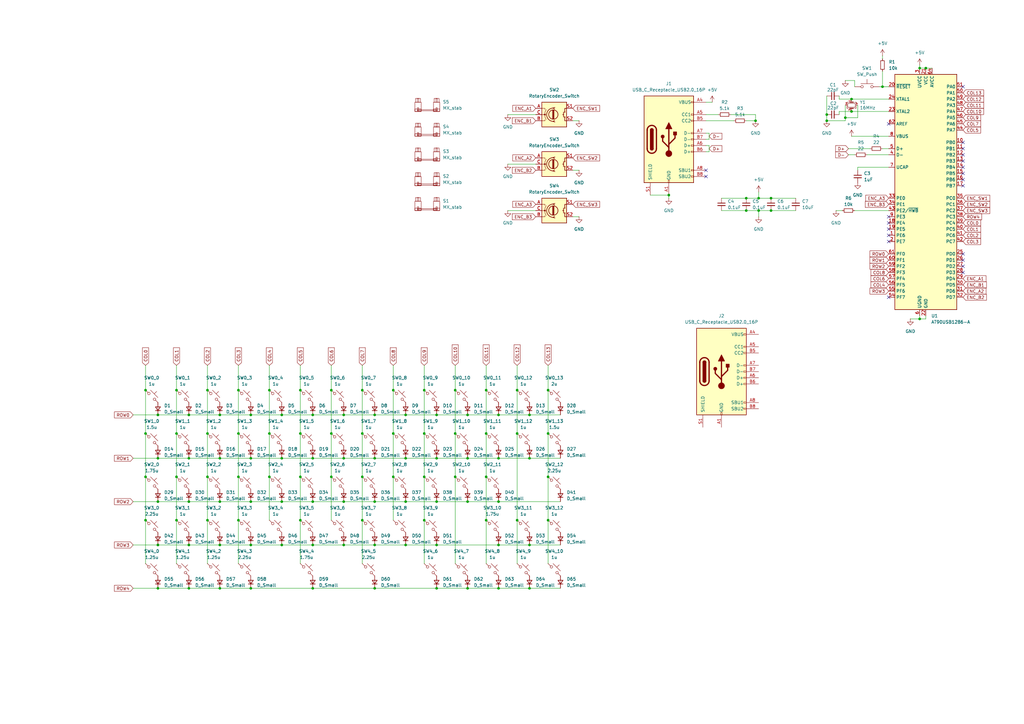
<source format=kicad_sch>
(kicad_sch (version 20231120) (generator "eeschema") (generator_version "8.0")
  (paper "A3")
  (junction (at 148.59 177.8))
  (junction (at 316.23 86.36))
  (junction (at 140.97 187.96))
  (junction (at 311.15 81.28))
  (junction (at 90.17 223.52))
  (junction (at 77.47 170.18))
  (junction (at 339.09 49.53))
  (junction (at 115.57 223.52))
  (junction (at 309.88 49.53))
  (junction (at 224.79 160.02))
  (junction (at 191.77 205.74))
  (junction (at 64.77 170.18))
  (junction (at 204.47 170.18))
  (junction (at 224.79 195.58))
  (junction (at 173.99 213.36))
  (junction (at 102.87 187.96))
  (junction (at 72.39 213.36))
  (junction (at 72.39 160.02))
  (junction (at 72.39 195.58))
  (junction (at 135.89 195.58))
  (junction (at 140.97 170.18))
  (junction (at 123.19 195.58))
  (junction (at 186.69 160.02))
  (junction (at 135.89 160.02))
  (junction (at 148.59 160.02))
  (junction (at 212.09 177.8))
  (junction (at 115.57 170.18))
  (junction (at 102.87 241.3))
  (junction (at 217.17 170.18))
  (junction (at 166.37 187.96))
  (junction (at 140.97 223.52))
  (junction (at 199.39 177.8))
  (junction (at 102.87 223.52))
  (junction (at 217.17 187.96))
  (junction (at 173.99 160.02))
  (junction (at 115.57 187.96))
  (junction (at 115.57 205.74))
  (junction (at 316.23 81.28))
  (junction (at 110.49 177.8))
  (junction (at 85.09 177.8))
  (junction (at 64.77 241.3))
  (junction (at 148.59 213.36))
  (junction (at 72.39 177.8))
  (junction (at 173.99 195.58))
  (junction (at 204.47 223.52))
  (junction (at 199.39 195.58))
  (junction (at 204.47 241.3))
  (junction (at 128.27 187.96))
  (junction (at 179.07 241.3))
  (junction (at 77.47 205.74))
  (junction (at 153.67 205.74))
  (junction (at 274.32 80.01))
  (junction (at 64.77 223.52))
  (junction (at 85.09 195.58))
  (junction (at 128.27 170.18))
  (junction (at 90.17 241.3))
  (junction (at 123.19 213.36))
  (junction (at 140.97 205.74))
  (junction (at 97.79 177.8))
  (junction (at 191.77 187.96))
  (junction (at 191.77 241.3))
  (junction (at 166.37 170.18))
  (junction (at 349.25 45.72))
  (junction (at 128.27 223.52))
  (junction (at 199.39 213.36))
  (junction (at 85.09 213.36))
  (junction (at 59.69 177.8))
  (junction (at 212.09 160.02))
  (junction (at 191.77 170.18))
  (junction (at 128.27 205.74))
  (junction (at 339.09 46.99))
  (junction (at 123.19 177.8))
  (junction (at 85.09 160.02))
  (junction (at 161.29 195.58))
  (junction (at 306.07 86.36))
  (junction (at 153.67 187.96))
  (junction (at 97.79 213.36))
  (junction (at 153.67 241.3))
  (junction (at 173.99 177.8))
  (junction (at 179.07 223.52))
  (junction (at 179.07 170.18))
  (junction (at 161.29 177.8))
  (junction (at 77.47 187.96))
  (junction (at 59.69 213.36))
  (junction (at 64.77 187.96))
  (junction (at 217.17 241.3))
  (junction (at 306.07 81.28))
  (junction (at 90.17 205.74))
  (junction (at 102.87 170.18))
  (junction (at 179.07 187.96))
  (junction (at 349.25 40.64))
  (junction (at 166.37 223.52))
  (junction (at 64.77 205.74))
  (junction (at 123.19 160.02))
  (junction (at 161.29 160.02))
  (junction (at 135.89 177.8))
  (junction (at 186.69 177.8))
  (junction (at 224.79 213.36))
  (junction (at 311.15 86.36))
  (junction (at 97.79 160.02))
  (junction (at 110.49 195.58))
  (junction (at 377.19 27.94))
  (junction (at 59.69 160.02))
  (junction (at 90.17 187.96))
  (junction (at 166.37 205.74))
  (junction (at 379.73 27.94))
  (junction (at 148.59 195.58))
  (junction (at 153.67 170.18))
  (junction (at 77.47 223.52))
  (junction (at 204.47 205.74))
  (junction (at 212.09 213.36))
  (junction (at 186.69 195.58))
  (junction (at 77.47 241.3))
  (junction (at 102.87 205.74))
  (junction (at 204.47 187.96))
  (junction (at 179.07 205.74))
  (junction (at 377.19 130.81))
  (junction (at 361.95 35.56))
  (junction (at 346.71 48.26))
  (junction (at 224.79 177.8))
  (junction (at 128.27 241.3))
  (junction (at 153.67 223.52))
  (junction (at 97.79 195.58))
  (junction (at 110.49 160.02))
  (junction (at 217.17 223.52))
  (junction (at 199.39 160.02))
  (junction (at 90.17 170.18))
  (junction (at 59.69 195.58))
  (no_connect (at 394.97 63.5))
  (no_connect (at 364.49 91.44))
  (no_connect (at 394.97 60.96))
  (no_connect (at 394.97 106.68))
  (no_connect (at 394.97 58.42))
  (no_connect (at 394.97 111.76))
  (no_connect (at 364.49 50.8))
  (no_connect (at 289.56 69.85))
  (no_connect (at 394.97 71.12))
  (no_connect (at 394.97 35.56))
  (no_connect (at 364.49 96.52))
  (no_connect (at 364.49 121.92))
  (no_connect (at 364.49 99.06))
  (no_connect (at 289.56 72.39))
  (no_connect (at 364.49 93.98))
  (no_connect (at 394.97 73.66))
  (no_connect (at 394.97 109.22))
  (no_connect (at 394.97 104.14))
  (no_connect (at 394.97 68.58))
  (no_connect (at 394.97 76.2))
  (no_connect (at 364.49 88.9))
  (no_connect (at 394.97 66.04))
  (wire (pts (xy 212.09 160.02) (xy 212.09 177.8)))
  (wire (pts (xy 148.59 213.36) (xy 148.59 231.14)))
  (wire (pts (xy 290.83 57.15) (xy 289.56 57.15)))
  (wire (pts (xy 224.79 213.36) (xy 224.79 231.14)))
  (wire (pts (xy 54.61 170.18) (xy 64.77 170.18)))
  (wire (pts (xy 351.79 68.58) (xy 364.49 68.58)))
  (wire (pts (xy 128.27 205.74) (xy 140.97 205.74)))
  (wire (pts (xy 350.52 86.36) (xy 364.49 86.36)))
  (wire (pts (xy 72.39 213.36) (xy 72.39 231.14)))
  (wire (pts (xy 311.15 86.36) (xy 316.23 86.36)))
  (wire (pts (xy 290.83 54.61) (xy 290.83 57.15)))
  (wire (pts (xy 186.69 195.58) (xy 186.69 231.14)))
  (wire (pts (xy 110.49 177.8) (xy 110.49 195.58)))
  (wire (pts (xy 135.89 195.58) (xy 135.89 213.36)))
  (wire (pts (xy 344.17 40.64) (xy 349.25 40.64)))
  (wire (pts (xy 110.49 195.58) (xy 110.49 213.36)))
  (wire (pts (xy 234.95 69.85) (xy 237.49 69.85)))
  (wire (pts (xy 306.07 81.28) (xy 311.15 81.28)))
  (wire (pts (xy 85.09 177.8) (xy 85.09 195.58)))
  (wire (pts (xy 90.17 205.74) (xy 102.87 205.74)))
  (wire (pts (xy 191.77 170.18) (xy 204.47 170.18)))
  (wire (pts (xy 346.71 48.26) (xy 346.71 49.53)))
  (wire (pts (xy 102.87 187.96) (xy 115.57 187.96)))
  (wire (pts (xy 85.09 213.36) (xy 85.09 231.14)))
  (wire (pts (xy 204.47 187.96) (xy 217.17 187.96)))
  (wire (pts (xy 77.47 170.18) (xy 90.17 170.18)))
  (wire (pts (xy 355.6 63.5) (xy 364.49 63.5)))
  (wire (pts (xy 208.28 67.31) (xy 219.71 67.31)))
  (wire (pts (xy 349.25 55.88) (xy 364.49 55.88)))
  (wire (pts (xy 379.73 130.81) (xy 379.73 129.54)))
  (wire (pts (xy 153.67 187.96) (xy 166.37 187.96)))
  (wire (pts (xy 350.52 35.56) (xy 350.52 33.02)))
  (wire (pts (xy 64.77 170.18) (xy 77.47 170.18)))
  (wire (pts (xy 59.69 195.58) (xy 59.69 213.36)))
  (wire (pts (xy 350.52 33.02) (xy 346.71 33.02)))
  (wire (pts (xy 208.28 86.36) (xy 219.71 86.36)))
  (wire (pts (xy 316.23 86.36) (xy 326.39 86.36)))
  (wire (pts (xy 199.39 177.8) (xy 199.39 195.58)))
  (wire (pts (xy 161.29 160.02) (xy 161.29 177.8)))
  (wire (pts (xy 102.87 205.74) (xy 115.57 205.74)))
  (wire (pts (xy 361.95 22.86) (xy 361.95 24.13)))
  (wire (pts (xy 135.89 149.86) (xy 135.89 160.02)))
  (wire (pts (xy 123.19 149.86) (xy 123.19 160.02)))
  (wire (pts (xy 289.56 46.99) (xy 294.64 46.99)))
  (wire (pts (xy 379.73 27.94) (xy 382.27 27.94)))
  (wire (pts (xy 344.17 45.72) (xy 344.17 46.99)))
  (wire (pts (xy 179.07 187.96) (xy 191.77 187.96)))
  (wire (pts (xy 290.83 62.23) (xy 289.56 62.23)))
  (wire (pts (xy 289.56 49.53) (xy 300.99 49.53)))
  (wire (pts (xy 311.15 78.74) (xy 311.15 81.28)))
  (wire (pts (xy 295.91 81.28) (xy 306.07 81.28)))
  (wire (pts (xy 224.79 149.86) (xy 224.79 160.02)))
  (wire (pts (xy 54.61 241.3) (xy 64.77 241.3)))
  (wire (pts (xy 85.09 149.86) (xy 85.09 160.02)))
  (wire (pts (xy 173.99 160.02) (xy 173.99 177.8)))
  (wire (pts (xy 179.07 170.18) (xy 191.77 170.18)))
  (wire (pts (xy 217.17 241.3) (xy 229.87 241.3)))
  (wire (pts (xy 361.95 60.96) (xy 364.49 60.96)))
  (wire (pts (xy 191.77 187.96) (xy 204.47 187.96)))
  (wire (pts (xy 90.17 187.96) (xy 102.87 187.96)))
  (wire (pts (xy 289.56 41.91) (xy 292.1 41.91)))
  (wire (pts (xy 199.39 149.86) (xy 199.39 160.02)))
  (wire (pts (xy 54.61 187.96) (xy 64.77 187.96)))
  (wire (pts (xy 224.79 160.02) (xy 224.79 177.8)))
  (wire (pts (xy 110.49 160.02) (xy 110.49 177.8)))
  (wire (pts (xy 90.17 241.3) (xy 102.87 241.3)))
  (wire (pts (xy 153.67 170.18) (xy 166.37 170.18)))
  (wire (pts (xy 115.57 187.96) (xy 128.27 187.96)))
  (wire (pts (xy 153.67 205.74) (xy 166.37 205.74)))
  (wire (pts (xy 110.49 149.86) (xy 110.49 160.02)))
  (wire (pts (xy 72.39 160.02) (xy 72.39 177.8)))
  (wire (pts (xy 128.27 170.18) (xy 140.97 170.18)))
  (wire (pts (xy 266.7 80.01) (xy 274.32 80.01)))
  (wire (pts (xy 128.27 223.52) (xy 140.97 223.52)))
  (wire (pts (xy 148.59 195.58) (xy 148.59 213.36)))
  (wire (pts (xy 123.19 177.8) (xy 123.19 195.58)))
  (wire (pts (xy 377.19 26.67) (xy 377.19 27.94)))
  (wire (pts (xy 179.07 241.3) (xy 191.77 241.3)))
  (wire (pts (xy 59.69 160.02) (xy 59.69 177.8)))
  (wire (pts (xy 224.79 195.58) (xy 224.79 213.36)))
  (wire (pts (xy 349.25 45.72) (xy 364.49 45.72)))
  (wire (pts (xy 199.39 213.36) (xy 199.39 231.14)))
  (wire (pts (xy 316.23 81.28) (xy 326.39 81.28)))
  (wire (pts (xy 349.25 45.72) (xy 344.17 45.72)))
  (wire (pts (xy 274.32 80.01) (xy 274.32 81.28)))
  (wire (pts (xy 72.39 195.58) (xy 72.39 213.36)))
  (wire (pts (xy 135.89 160.02) (xy 135.89 177.8)))
  (wire (pts (xy 148.59 177.8) (xy 148.59 195.58)))
  (wire (pts (xy 191.77 205.74) (xy 204.47 205.74)))
  (wire (pts (xy 140.97 205.74) (xy 153.67 205.74)))
  (wire (pts (xy 77.47 187.96) (xy 90.17 187.96)))
  (wire (pts (xy 339.09 46.99) (xy 339.09 49.53)))
  (wire (pts (xy 377.19 27.94) (xy 379.73 27.94)))
  (wire (pts (xy 166.37 205.74) (xy 179.07 205.74)))
  (wire (pts (xy 224.79 177.8) (xy 224.79 195.58)))
  (wire (pts (xy 347.98 63.5) (xy 350.52 63.5)))
  (wire (pts (xy 85.09 195.58) (xy 85.09 213.36)))
  (wire (pts (xy 173.99 149.86) (xy 173.99 160.02)))
  (wire (pts (xy 346.71 43.18) (xy 346.71 48.26)))
  (wire (pts (xy 123.19 160.02) (xy 123.19 177.8)))
  (wire (pts (xy 161.29 149.86) (xy 161.29 160.02)))
  (wire (pts (xy 59.69 149.86) (xy 59.69 160.02)))
  (wire (pts (xy 166.37 187.96) (xy 179.07 187.96)))
  (wire (pts (xy 64.77 205.74) (xy 77.47 205.74)))
  (wire (pts (xy 64.77 241.3) (xy 77.47 241.3)))
  (wire (pts (xy 186.69 149.86) (xy 186.69 160.02)))
  (wire (pts (xy 204.47 170.18) (xy 217.17 170.18)))
  (wire (pts (xy 309.88 49.53) (xy 309.88 46.99)))
  (wire (pts (xy 309.88 46.99) (xy 299.72 46.99)))
  (wire (pts (xy 351.79 48.26) (xy 346.71 48.26)))
  (wire (pts (xy 217.17 223.52) (xy 229.87 223.52)))
  (wire (pts (xy 212.09 213.36) (xy 212.09 231.14)))
  (wire (pts (xy 234.95 88.9) (xy 237.49 88.9)))
  (wire (pts (xy 204.47 223.52) (xy 217.17 223.52)))
  (wire (pts (xy 102.87 170.18) (xy 115.57 170.18)))
  (wire (pts (xy 166.37 170.18) (xy 179.07 170.18)))
  (wire (pts (xy 339.09 39.37) (xy 339.09 46.99)))
  (wire (pts (xy 344.17 39.37) (xy 344.17 40.64)))
  (wire (pts (xy 77.47 205.74) (xy 90.17 205.74)))
  (wire (pts (xy 123.19 195.58) (xy 123.19 213.36)))
  (wire (pts (xy 102.87 223.52) (xy 115.57 223.52)))
  (wire (pts (xy 179.07 223.52) (xy 204.47 223.52)))
  (wire (pts (xy 361.95 29.21) (xy 361.95 35.56)))
  (wire (pts (xy 90.17 223.52) (xy 102.87 223.52)))
  (wire (pts (xy 140.97 223.52) (xy 153.67 223.52)))
  (wire (pts (xy 85.09 160.02) (xy 85.09 177.8)))
  (wire (pts (xy 72.39 149.86) (xy 72.39 160.02)))
  (wire (pts (xy 77.47 223.52) (xy 90.17 223.52)))
  (wire (pts (xy 64.77 223.52) (xy 77.47 223.52)))
  (wire (pts (xy 64.77 187.96) (xy 77.47 187.96)))
  (wire (pts (xy 199.39 160.02) (xy 199.39 177.8)))
  (wire (pts (xy 166.37 223.52) (xy 179.07 223.52)))
  (wire (pts (xy 72.39 177.8) (xy 72.39 195.58)))
  (wire (pts (xy 349.25 40.64) (xy 364.49 40.64)))
  (wire (pts (xy 346.71 49.53) (xy 339.09 49.53)))
  (wire (pts (xy 212.09 177.8) (xy 212.09 213.36)))
  (wire (pts (xy 204.47 241.3) (xy 217.17 241.3)))
  (wire (pts (xy 161.29 195.58) (xy 161.29 213.36)))
  (wire (pts (xy 115.57 205.74) (xy 128.27 205.74)))
  (wire (pts (xy 161.29 177.8) (xy 161.29 195.58)))
  (wire (pts (xy 351.79 43.18) (xy 351.79 48.26)))
  (wire (pts (xy 123.19 213.36) (xy 123.19 231.14)))
  (wire (pts (xy 153.67 223.52) (xy 166.37 223.52)))
  (wire (pts (xy 140.97 187.96) (xy 153.67 187.96)))
  (wire (pts (xy 234.95 49.53) (xy 237.49 49.53)))
  (wire (pts (xy 351.79 68.58) (xy 351.79 69.85)))
  (wire (pts (xy 290.83 59.69) (xy 290.83 62.23)))
  (wire (pts (xy 373.38 130.81) (xy 377.19 130.81)))
  (wire (pts (xy 97.79 177.8) (xy 97.79 195.58)))
  (wire (pts (xy 306.07 49.53) (xy 309.88 49.53)))
  (wire (pts (xy 295.91 86.36) (xy 306.07 86.36)))
  (wire (pts (xy 347.98 60.96) (xy 356.87 60.96)))
  (wire (pts (xy 140.97 170.18) (xy 153.67 170.18)))
  (wire (pts (xy 179.07 205.74) (xy 191.77 205.74)))
  (wire (pts (xy 148.59 160.02) (xy 148.59 177.8)))
  (wire (pts (xy 204.47 205.74) (xy 229.87 205.74)))
  (wire (pts (xy 217.17 170.18) (xy 229.87 170.18)))
  (wire (pts (xy 173.99 177.8) (xy 173.99 195.58)))
  (wire (pts (xy 199.39 195.58) (xy 199.39 213.36)))
  (wire (pts (xy 306.07 86.36) (xy 311.15 86.36)))
  (wire (pts (xy 311.15 81.28) (xy 316.23 81.28)))
  (wire (pts (xy 311.15 86.36) (xy 311.15 88.9)))
  (wire (pts (xy 191.77 241.3) (xy 204.47 241.3)))
  (wire (pts (xy 289.56 59.69) (xy 290.83 59.69)))
  (wire (pts (xy 97.79 195.58) (xy 97.79 213.36)))
  (wire (pts (xy 135.89 177.8) (xy 135.89 195.58)))
  (wire (pts (xy 115.57 170.18) (xy 128.27 170.18)))
  (wire (pts (xy 128.27 241.3) (xy 153.67 241.3)))
  (wire (pts (xy 186.69 160.02) (xy 186.69 177.8)))
  (wire (pts (xy 59.69 177.8) (xy 59.69 195.58)))
  (wire (pts (xy 115.57 223.52) (xy 128.27 223.52)))
  (wire (pts (xy 217.17 187.96) (xy 229.87 187.96)))
  (wire (pts (xy 54.61 223.52) (xy 64.77 223.52)))
  (wire (pts (xy 289.56 54.61) (xy 290.83 54.61)))
  (wire (pts (xy 377.19 129.54) (xy 377.19 130.81)))
  (wire (pts (xy 102.87 241.3) (xy 128.27 241.3)))
  (wire (pts (xy 97.79 149.86) (xy 97.79 160.02)))
  (wire (pts (xy 173.99 213.36) (xy 173.99 231.14)))
  (wire (pts (xy 361.95 35.56) (xy 364.49 35.56)))
  (wire (pts (xy 377.19 130.81) (xy 379.73 130.81)))
  (wire (pts (xy 59.69 213.36) (xy 59.69 231.14)))
  (wire (pts (xy 97.79 160.02) (xy 97.79 177.8)))
  (wire (pts (xy 342.9 86.36) (xy 345.44 86.36)))
  (wire (pts (xy 54.61 205.74) (xy 64.77 205.74)))
  (wire (pts (xy 360.68 35.56) (xy 361.95 35.56)))
  (wire (pts (xy 77.47 241.3) (xy 90.17 241.3)))
  (wire (pts (xy 153.67 241.3) (xy 179.07 241.3)))
  (wire (pts (xy 186.69 177.8) (xy 186.69 195.58)))
  (wire (pts (xy 90.17 170.18) (xy 102.87 170.18)))
  (wire (pts (xy 212.09 149.86) (xy 212.09 160.02)))
  (wire (pts (xy 148.59 149.86) (xy 148.59 160.02)))
  (wire (pts (xy 97.79 213.36) (xy 97.79 231.14)))
  (wire (pts (xy 208.28 46.99) (xy 219.71 46.99)))
  (wire (pts (xy 173.99 195.58) (xy 173.99 213.36)))
  (wire (pts (xy 128.27 187.96) (xy 140.97 187.96)))
  (global_label "ENC_B3" (shape input) (at 219.71 88.9 180) (property "Intersheetrefs" "${INTERSHEET_REFS}" (effects (hide yes))))
  (global_label "ENC_B2" (shape input) (at 219.71 69.85 180) (property "Intersheetrefs" "${INTERSHEET_REFS}" (effects (hide yes))))
  (global_label "COL11" (shape input) (at 199.39 149.86 90) (property "Intersheetrefs" "${INTERSHEET_REFS}" (effects (hide yes))))
  (global_label "COL8" (shape input) (at 364.49 111.76 180) (property "Intersheetrefs" "${INTERSHEET_REFS}" (effects (hide yes))))
  (global_label "ROW1" (shape input) (at 54.61 187.96 180) (property "Intersheetrefs" "${INTERSHEET_REFS}" (effects (hide yes))))
  (global_label "D-" (shape input) (at 290.83 55.88 0) (property "Intersheetrefs" "${INTERSHEET_REFS}" (effects (hide yes))))
  (global_label "ENC_A3" (shape input) (at 219.71 83.82 180) (property "Intersheetrefs" "${INTERSHEET_REFS}" (effects (hide yes))))
  (global_label "COL12" (shape input) (at 212.09 149.86 90) (property "Intersheetrefs" "${INTERSHEET_REFS}" (effects (hide yes))))
  (global_label "COL6" (shape input) (at 364.49 114.3 180) (property "Intersheetrefs" "${INTERSHEET_REFS}" (effects (hide yes))))
  (global_label "ROW4" (shape input) (at 54.61 241.3 180) (property "Intersheetrefs" "${INTERSHEET_REFS}" (effects (hide yes))))
  (global_label "COL12" (shape input) (at 394.97 40.64 0) (property "Intersheetrefs" "${INTERSHEET_REFS}" (effects (hide yes))))
  (global_label "ROW0" (shape input) (at 364.49 104.14 180) (property "Intersheetrefs" "${INTERSHEET_REFS}" (effects (hide yes))))
  (global_label "COL9" (shape input) (at 173.99 149.86 90) (property "Intersheetrefs" "${INTERSHEET_REFS}" (effects (hide yes))))
  (global_label "COL9" (shape input) (at 394.97 48.26 0) (property "Intersheetrefs" "${INTERSHEET_REFS}" (effects (hide yes))))
  (global_label "ROW1" (shape input) (at 364.49 106.68 180) (property "Intersheetrefs" "${INTERSHEET_REFS}" (effects (hide yes))))
  (global_label "COL11" (shape input) (at 394.97 43.18 0) (property "Intersheetrefs" "${INTERSHEET_REFS}" (effects (hide yes))))
  (global_label "COL0" (shape input) (at 394.97 91.44 0) (property "Intersheetrefs" "${INTERSHEET_REFS}" (effects (hide yes))))
  (global_label "COL8" (shape input) (at 161.29 149.86 90) (property "Intersheetrefs" "${INTERSHEET_REFS}" (effects (hide yes))))
  (global_label "ROW2" (shape input) (at 364.49 109.22 180) (property "Intersheetrefs" "${INTERSHEET_REFS}" (effects (hide yes))))
  (global_label "ENC_SW1" (shape input) (at 234.95 44.45 0) (property "Intersheetrefs" "${INTERSHEET_REFS}" (effects (hide yes))))
  (global_label "COL7" (shape input) (at 148.59 149.86 90) (property "Intersheetrefs" "${INTERSHEET_REFS}" (effects (hide yes))))
  (global_label "COL4" (shape input) (at 364.49 116.84 180) (property "Intersheetrefs" "${INTERSHEET_REFS}" (effects (hide yes))))
  (global_label "ENC_A1" (shape input) (at 219.71 44.45 180) (property "Intersheetrefs" "${INTERSHEET_REFS}" (effects (hide yes))))
  (global_label "ROW3" (shape input) (at 364.49 119.38 180) (property "Intersheetrefs" "${INTERSHEET_REFS}" (effects (hide yes))))
  (global_label "ENC_SW3" (shape input) (at 394.97 86.36 0) (property "Intersheetrefs" "${INTERSHEET_REFS}" (effects (hide yes))))
  (global_label "COL1" (shape input) (at 394.97 93.98 0) (property "Intersheetrefs" "${INTERSHEET_REFS}" (effects (hide yes))))
  (global_label "COL2" (shape input) (at 85.09 149.86 90) (property "Intersheetrefs" "${INTERSHEET_REFS}" (effects (hide yes))))
  (global_label "ENC_A2" (shape input) (at 219.71 64.77 180) (property "Intersheetrefs" "${INTERSHEET_REFS}" (effects (hide yes))))
  (global_label "ROW3" (shape input) (at 54.61 223.52 180) (property "Intersheetrefs" "${INTERSHEET_REFS}" (effects (hide yes))))
  (global_label "ROW2" (shape input) (at 54.61 205.74 180) (property "Intersheetrefs" "${INTERSHEET_REFS}" (effects (hide yes))))
  (global_label "ROW4" (shape input) (at 394.97 88.9 0) (property "Intersheetrefs" "${INTERSHEET_REFS}" (effects (hide yes))))
  (global_label "COL5" (shape input) (at 394.97 53.34 0) (property "Intersheetrefs" "${INTERSHEET_REFS}" (effects (hide yes))))
  (global_label "COL0" (shape input) (at 59.69 149.86 90) (property "Intersheetrefs" "${INTERSHEET_REFS}" (effects (hide yes))))
  (global_label "COL1" (shape input) (at 72.39 149.86 90) (property "Intersheetrefs" "${INTERSHEET_REFS}" (effects (hide yes))))
  (global_label "ENC_B1" (shape input) (at 219.71 49.53 180) (property "Intersheetrefs" "${INTERSHEET_REFS}" (effects (hide yes))))
  (global_label "COL3" (shape input) (at 97.79 149.86 90) (property "Intersheetrefs" "${INTERSHEET_REFS}" (effects (hide yes))))
  (global_label "ENC_SW2" (shape input) (at 394.97 83.82 0) (property "Intersheetrefs" "${INTERSHEET_REFS}" (effects (hide yes))))
  (global_label "ENC_SW2" (shape input) (at 234.95 64.77 0) (property "Intersheetrefs" "${INTERSHEET_REFS}" (effects (hide yes))))
  (global_label "ENC_SW3" (shape input) (at 234.95 83.82 0) (property "Intersheetrefs" "${INTERSHEET_REFS}" (effects (hide yes))))
  (global_label "ENC_B2" (shape input) (at 394.97 121.92 0) (property "Intersheetrefs" "${INTERSHEET_REFS}" (effects (hide yes))))
  (global_label "ENC_B1" (shape input) (at 394.97 116.84 0) (property "Intersheetrefs" "${INTERSHEET_REFS}" (effects (hide yes))))
  (global_label "COL5" (shape input) (at 123.19 149.86 90) (property "Intersheetrefs" "${INTERSHEET_REFS}" (effects (hide yes))))
  (global_label "ENC_A2" (shape input) (at 394.97 119.38 0) (property "Intersheetrefs" "${INTERSHEET_REFS}" (effects (hide yes))))
  (global_label "COL13" (shape input) (at 394.97 38.1 0) (property "Intersheetrefs" "${INTERSHEET_REFS}" (effects (hide yes))))
  (global_label "ENC_SW1" (shape input) (at 394.97 81.28 0) (property "Intersheetrefs" "${INTERSHEET_REFS}" (effects (hide yes))))
  (global_label "D+" (shape input) (at 290.83 60.96 0) (property "Intersheetrefs" "${INTERSHEET_REFS}" (effects (hide yes))))
  (global_label "COL10" (shape input) (at 394.97 45.72 0) (property "Intersheetrefs" "${INTERSHEET_REFS}" (effects (hide yes))))
  (global_label "ENC_A1" (shape input) (at 394.97 114.3 0) (property "Intersheetrefs" "${INTERSHEET_REFS}" (effects (hide yes))))
  (global_label "COL2" (shape input) (at 394.97 96.52 0) (property "Intersheetrefs" "${INTERSHEET_REFS}" (effects (hide yes))))
  (global_label "COL4" (shape input) (at 110.49 149.86 90) (property "Intersheetrefs" "${INTERSHEET_REFS}" (effects (hide yes))))
  (global_label "ROW0" (shape input) (at 54.61 170.18 180) (property "Intersheetrefs" "${INTERSHEET_REFS}" (effects (hide yes))))
  (global_label "D-" (shape input) (at 347.98 63.5 180) (property "Intersheetrefs" "${INTERSHEET_REFS}" (effects (hide yes))))
  (global_label "COL13" (shape input) (at 224.79 149.86 90) (property "Intersheetrefs" "${INTERSHEET_REFS}" (effects (hide yes))))
  (global_label "COL7" (shape input) (at 394.97 50.8 0) (property "Intersheetrefs" "${INTERSHEET_REFS}" (effects (hide yes))))
  (global_label "ENC_B3" (shape input) (at 364.49 83.82 180) (property "Intersheetrefs" "${INTERSHEET_REFS}" (effects (hide yes))))
  (global_label "D+" (shape input) (at 347.98 60.96 180) (property "Intersheetrefs" "${INTERSHEET_REFS}" (effects (hide yes))))
  (global_label "COL3" (shape input) (at 394.97 99.06 0) (property "Intersheetrefs" "${INTERSHEET_REFS}" (effects (hide yes))))
  (global_label "COL6" (shape input) (at 135.89 149.86 90) (property "Intersheetrefs" "${INTERSHEET_REFS}" (effects (hide yes))))
  (global_label "COL10" (shape input) (at 186.69 149.86 90) (property "Intersheetrefs" "${INTERSHEET_REFS}" (effects (hide yes))))
  (global_label "ENC_A3" (shape input) (at 364.49 81.28 180) (property "Intersheetrefs" "${INTERSHEET_REFS}" (effects (hide yes))))
  (symbol (lib_id "PCM_marbastlib-mx:MX_SW_solder") (at 163.83 180.34 0) (unit 1)
    (property "Reference" "SW1_8" (at 163.83 172.72 0))
    (property "Value" "1u" (at 163.83 175.26 0))
    (property "Footprint" "PCM_marbastlib-mx:SW_MX_1u" (effects (hide yes)))
    (property "Description" "Push button switch, normally open, two pins, 45° tilted" (effects (hide yes)))
  )
  (symbol (lib_id "Device:C_Small") (at 341.63 39.37 90) (unit 1)
    (property "Reference" "C1" (at 341.63 34.798 90))
    (property "Value" "22pF" (at 341.63 36.83 90))
    (property "Footprint" "Resistor_SMD:R_0805_2012Metric" (effects (hide yes)))
    (property "Description" "Unpolarized capacitor, small symbol" (effects (hide yes)))
  )
  (symbol (lib_id "PCM_marbastlib-mx:MX_SW_solder") (at 163.83 162.56 0) (unit 1)
    (property "Reference" "SW0_8" (at 163.83 154.94 0))
    (property "Value" "1u" (at 163.83 157.48 0))
    (property "Footprint" "PCM_marbastlib-mx:SW_MX_1u" (effects (hide yes)))
    (property "Description" "Push button switch, normally open, two pins, 45° tilted" (effects (hide yes)))
  )
  (symbol (lib_id "Device:D_Small") (at 153.67 203.2 90) (unit 1)
    (property "Reference" "D36" (at 156.21 201.9299 90) (effects (justify right)))
    (property "Value" "D_Small" (at 156.21 204.4699 90) (effects (justify right)))
    (property "Footprint" "Diode_SMD:D_SOD-123" (effects (hide yes)))
    (property "Description" "Diode, small symbol" (effects (hide yes)))
    (property "Sim.Device" "D" (effects (hide yes)))
    (property "Sim.Pins" "1=K 2=A" (effects (hide yes)))
  )
  (symbol (lib_id "Device:D_Small") (at 229.87 220.98 90) (unit 1)
    (property "Reference" "D54" (at 232.41 219.7099 90) (effects (justify right)))
    (property "Value" "D_Small" (at 232.41 222.2499 90) (effects (justify right)))
    (property "Footprint" "Diode_SMD:D_SOD-123" (effects (hide yes)))
    (property "Description" "Diode, small symbol" (effects (hide yes)))
    (property "Sim.Device" "D" (effects (hide yes)))
    (property "Sim.Pins" "1=K 2=A" (effects (hide yes)))
  )
  (symbol (lib_id "Device:RotaryEncoder_Switch") (at 227.33 46.99 0) (unit 1)
    (property "Reference" "SW2" (at 227.33 36.83 0))
    (property "Value" "RotaryEncoder_Switch" (at 227.33 39.37 0))
    (property "Footprint" "Rotary_Encoder:RotaryEncoder_Alps_EC11E-Switch_Vertical_H20mm" (effects (hide yes)))
    (property "Description" "Rotary encoder, dual channel, incremental quadrate outputs, with switch" (effects (hide yes)))
  )
  (symbol (lib_id "Device:D_Small") (at 217.17 185.42 90) (unit 1)
    (property "Reference" "D26" (at 219.71 184.1499 90) (effects (justify right)))
    (property "Value" "D_Small" (at 219.71 186.6899 90) (effects (justify right)))
    (property "Footprint" "Diode_SMD:D_SOD-123" (effects (hide yes)))
    (property "Description" "Diode, small symbol" (effects (hide yes)))
    (property "Sim.Device" "D" (effects (hide yes)))
    (property "Sim.Pins" "1=K 2=A" (effects (hide yes)))
  )
  (symbol (lib_id "Connector:USB_C_Receptacle_USB2.0_16P") (at 295.91 152.4 0) (unit 1)
    (property "Reference" "J2" (at 295.91 129.54 0))
    (property "Value" "USB_C_Receptacle_USB2.0_16P" (at 295.91 132.08 0))
    (property "Footprint" "Connector_USB:USB_C_Receptacle_HRO_TYPE-C-31-M-12" (effects (hide yes)))
    (property "Datasheet" "https://www.usb.org/sites/default/files/documents/usb_type-c.zip" (effects (hide yes)))
    (property "Description" "USB 2.0-only 16P Type-C Receptacle connector" (effects (hide yes)))
  )
  (symbol (lib_id "power:GND") (at 208.28 67.31 0) (unit 1)
    (property "Reference" "#PWR013" (effects (hide yes)))
    (property "Value" "GND" (at 208.28 72.39 0))
    (property "Description" "Power symbol creates a global label with name \"GND\" , ground" (effects (hide yes)))
  )
  (symbol (lib_id "Device:D_Small") (at 90.17 185.42 90) (unit 1)
    (property "Reference" "D16" (at 92.71 184.1499 90) (effects (justify right)))
    (property "Value" "D_Small" (at 92.71 186.6899 90) (effects (justify right)))
    (property "Footprint" "Diode_SMD:D_SOD-123" (effects (hide yes)))
    (property "Description" "Diode, small symbol" (effects (hide yes)))
    (property "Sim.Device" "D" (effects (hide yes)))
    (property "Sim.Pins" "1=K 2=A" (effects (hide yes)))
  )
  (symbol (lib_id "Device:D_Small") (at 229.87 238.76 90) (unit 1)
    (property "Reference" "D65" (at 232.41 237.4899 90) (effects (justify right)))
    (property "Value" "D_Small" (at 232.41 240.0299 90) (effects (justify right)))
    (property "Footprint" "Diode_SMD:D_SOD-123" (effects (hide yes)))
    (property "Description" "Diode, small symbol" (effects (hide yes)))
    (property "Sim.Device" "D" (effects (hide yes)))
    (property "Sim.Pins" "1=K 2=A" (effects (hide yes)))
  )
  (symbol (lib_id "PCM_marbastlib-mx:MX_SW_solder") (at 100.33 233.68 0) (unit 1)
    (property "Reference" "SW4_3" (at 100.33 226.06 0))
    (property "Value" "2.25u" (at 100.33 228.6 0))
    (property "Footprint" "PCM_marbastlib-mx:SW_MX_1u" (effects (hide yes)))
    (property "Description" "Push button switch, normally open, two pins, 45° tilted" (effects (hide yes)))
  )
  (symbol (lib_id "Device:D_Small") (at 140.97 220.98 90) (unit 1)
    (property "Reference" "D48" (at 143.51 219.7099 90) (effects (justify right)))
    (property "Value" "D_Small" (at 143.51 222.2499 90) (effects (justify right)))
    (property "Footprint" "Diode_SMD:D_SOD-123" (effects (hide yes)))
    (property "Description" "Diode, small symbol" (effects (hide yes)))
    (property "Sim.Device" "D" (effects (hide yes)))
    (property "Sim.Pins" "1=K 2=A" (effects (hide yes)))
  )
  (symbol (lib_id "PCM_marbastlib-mx:MX_stab") (at 175.26 43.18 0) (unit 1)
    (property "Reference" "S5" (at 181.61 41.7829 0) (effects (justify left)))
    (property "Value" "MX_stab" (at 181.61 44.3229 0) (effects (justify left)))
    (property "Footprint" "PCM_marbastlib-mx:STAB_MX_2u" (effects (hide yes)))
    (property "Description" "Cherry MX-style stabilizer" (effects (hide yes)))
  )
  (symbol (lib_id "PCM_marbastlib-mx:MX_SW_solder") (at 87.63 180.34 0) (unit 1)
    (property "Reference" "SW1_2" (at 87.63 172.72 0))
    (property "Value" "1u" (at 87.63 175.26 0))
    (property "Footprint" "PCM_marbastlib-mx:SW_MX_1u" (effects (hide yes)))
    (property "Description" "Push button switch, normally open, two pins, 45° tilted" (effects (hide yes)))
  )
  (symbol (lib_id "power:GND") (at 311.15 88.9 0) (unit 1)
    (property "Reference" "#PWR010" (effects (hide yes)))
    (property "Value" "GND" (at 311.15 93.98 0))
    (property "Description" "Power symbol creates a global label with name \"GND\" , ground" (effects (hide yes)))
  )
  (symbol (lib_id "power:GND") (at 346.71 33.02 0) (unit 1)
    (property "Reference" "#PWR02" (effects (hide yes)))
    (property "Value" "GND" (at 346.71 38.1 0))
    (property "Description" "Power symbol creates a global label with name \"GND\" , ground" (effects (hide yes)))
  )
  (symbol (lib_id "Connector:USB_C_Receptacle_USB2.0_16P") (at 274.32 57.15 0) (unit 1)
    (property "Reference" "J1" (at 274.32 34.29 0))
    (property "Value" "USB_C_Receptacle_USB2.0_16P" (at 274.32 36.83 0))
    (property "Footprint" "Connector_USB:USB_C_Receptacle_GCT_USB4085" (effects (hide yes)))
    (property "Datasheet" "https://www.usb.org/sites/default/files/documents/usb_type-c.zip" (effects (hide yes)))
    (property "Description" "USB 2.0-only 16P Type-C Receptacle connector" (effects (hide yes)))
  )
  (symbol (lib_id "PCM_marbastlib-mx:MX_SW_solder") (at 176.53 180.34 0) (unit 1)
    (property "Reference" "SW1_9" (at 176.53 172.72 0))
    (property "Value" "1u" (at 176.53 175.26 0))
    (property "Footprint" "PCM_marbastlib-mx:SW_MX_1u" (effects (hide yes)))
    (property "Description" "Push button switch, normally open, two pins, 45° tilted" (effects (hide yes)))
  )
  (symbol (lib_id "Device:D_Small") (at 90.17 220.98 90) (unit 1)
    (property "Reference" "D44" (at 92.71 219.7099 90) (effects (justify right)))
    (property "Value" "D_Small" (at 92.71 222.2499 90) (effects (justify right)))
    (property "Footprint" "Diode_SMD:D_SOD-123" (effects (hide yes)))
    (property "Description" "Diode, small symbol" (effects (hide yes)))
    (property "Sim.Device" "D" (effects (hide yes)))
    (property "Sim.Pins" "1=K 2=A" (effects (hide yes)))
  )
  (symbol (lib_id "PCM_marbastlib-mx:MX_SW_solder") (at 189.23 198.12 0) (unit 1)
    (property "Reference" "SW2_10" (at 189.23 190.5 0))
    (property "Value" "1u" (at 189.23 193.04 0))
    (property "Footprint" "PCM_marbastlib-mx:SW_MX_1u" (effects (hide yes)))
    (property "Description" "Push button switch, normally open, two pins, 45° tilted" (effects (hide yes)))
  )
  (symbol (lib_id "Device:R_Small") (at 361.95 26.67 0) (unit 1)
    (property "Reference" "R1" (at 364.49 25.3999 0) (effects (justify left)))
    (property "Value" "10k" (at 364.49 27.9399 0) (effects (justify left)))
    (property "Footprint" "Resistor_SMD:R_0805_2012Metric" (effects (hide yes)))
    (property "Description" "Resistor, small symbol" (effects (hide yes)))
  )
  (symbol (lib_id "PCM_marbastlib-mx:MX_SW_solder") (at 201.93 198.12 0) (unit 1)
    (property "Reference" "SW2_11" (at 201.93 190.5 0))
    (property "Value" "1u" (at 201.93 193.04 0))
    (property "Footprint" "PCM_marbastlib-mx:SW_MX_1u" (effects (hide yes)))
    (property "Description" "Push button switch, normally open, two pins, 45° tilted" (effects (hide yes)))
  )
  (symbol (lib_id "PCM_marbastlib-mx:MX_SW_solder") (at 138.43 215.9 0) (unit 1)
    (property "Reference" "SW3_6" (at 138.43 208.28 0))
    (property "Value" "1u" (at 138.43 210.82 0))
    (property "Footprint" "PCM_marbastlib-mx:SW_MX_1u" (effects (hide yes)))
    (property "Description" "Push button switch, normally open, two pins, 45° tilted" (effects (hide yes)))
  )
  (symbol (lib_id "power:GND") (at 237.49 69.85 0) (unit 1)
    (property "Reference" "#PWR014" (effects (hide yes)))
    (property "Value" "GND" (at 237.49 74.93 0))
    (property "Description" "Power symbol creates a global label with name \"GND\" , ground" (effects (hide yes)))
  )
  (symbol (lib_id "Device:D_Small") (at 102.87 185.42 90) (unit 1)
    (property "Reference" "D17" (at 105.41 184.1499 90) (effects (justify right)))
    (property "Value" "D_Small" (at 105.41 186.6899 90) (effects (justify right)))
    (property "Footprint" "Diode_SMD:D_SOD-123" (effects (hide yes)))
    (property "Description" "Diode, small symbol" (effects (hide yes)))
    (property "Sim.Device" "D" (effects (hide yes)))
    (property "Sim.Pins" "1=K 2=A" (effects (hide yes)))
  )
  (symbol (lib_id "Device:D_Small") (at 115.57 220.98 90) (unit 1)
    (property "Reference" "D46" (at 118.11 219.7099 90) (effects (justify right)))
    (property "Value" "D_Small" (at 118.11 222.2499 90) (effects (justify right)))
    (property "Footprint" "Diode_SMD:D_SOD-123" (effects (hide yes)))
    (property "Description" "Diode, small symbol" (effects (hide yes)))
    (property "Sim.Device" "D" (effects (hide yes)))
    (property "Sim.Pins" "1=K 2=A" (effects (hide yes)))
  )
  (symbol (lib_id "PCM_marbastlib-mx:MX_SW_solder") (at 125.73 233.68 0) (unit 1)
    (property "Reference" "SW4_4" (at 125.73 226.06 0))
    (property "Value" "1.75u" (at 125.73 228.6 0))
    (property "Footprint" "PCM_marbastlib-mx:SW_MX_1.75u" (effects (hide yes)))
    (property "Description" "Push button switch, normally open, two pins, 45° tilted" (effects (hide yes)))
  )
  (symbol (lib_id "PCM_marbastlib-mx:MX_SW_solder") (at 62.23 215.9 0) (unit 1)
    (property "Reference" "SW3_0" (at 62.23 208.28 0))
    (property "Value" "2.25u" (at 62.23 210.82 0))
    (property "Footprint" "PCM_marbastlib-mx:SW_MX_1u" (effects (hide yes)))
    (property "Description" "Push button switch, normally open, two pins, 45° tilted" (effects (hide yes)))
  )
  (symbol (lib_id "PCM_marbastlib-mx:MX_SW_solder") (at 74.93 233.68 0) (unit 1)
    (property "Reference" "SW4_1" (at 74.93 226.06 0))
    (property "Value" "1.25u" (at 74.93 228.6 0))
    (property "Footprint" "PCM_marbastlib-mx:SW_MX_1.25u" (effects (hide yes)))
    (property "Description" "Push button switch, normally open, two pins, 45° tilted" (effects (hide yes)))
  )
  (symbol (lib_id "PCM_marbastlib-mx:MX_stab") (at 175.26 53.34 0) (unit 1)
    (property "Reference" "S4" (at 181.61 51.9429 0) (effects (justify left)))
    (property "Value" "MX_stab" (at 181.61 54.4829 0) (effects (justify left)))
    (property "Footprint" "PCM_marbastlib-mx:STAB_MX_2.25u" (effects (hide yes)))
    (property "Description" "Cherry MX-style stabilizer" (effects (hide yes)))
  )
  (symbol (lib_id "Device:D_Small") (at 128.27 167.64 90) (unit 1)
    (property "Reference" "D6" (at 130.81 166.3699 90) (effects (justify right)))
    (property "Value" "D_Small" (at 130.81 168.9099 90) (effects (justify right)))
    (property "Footprint" "Diode_SMD:D_SOD-123" (effects (hide yes)))
    (property "Description" "Diode, small symbol" (effects (hide yes)))
    (property "Sim.Device" "D" (effects (hide yes)))
    (property "Sim.Pins" "1=K 2=A" (effects (hide yes)))
  )
  (symbol (lib_id "Device:R_Small") (at 359.41 60.96 90) (unit 1)
    (property "Reference" "R4" (at 359.41 55.88 90))
    (property "Value" "22" (at 359.41 58.42 90))
    (property "Footprint" "Resistor_SMD:R_0805_2012Metric" (effects (hide yes)))
    (property "Description" "Resistor, small symbol" (effects (hide yes)))
  )
  (symbol (lib_id "PCM_marbastlib-mx:MX_SW_solder") (at 189.23 162.56 0) (unit 1)
    (property "Reference" "SW0_10" (at 189.23 154.94 0))
    (property "Value" "1u" (at 189.23 157.48 0))
    (property "Footprint" "PCM_marbastlib-mx:SW_MX_1u" (effects (hide yes)))
    (property "Description" "Push button switch, normally open, two pins, 45° tilted" (effects (hide yes)))
  )
  (symbol (lib_id "PCM_marbastlib-mx:MX_SW_solder") (at 74.93 215.9 0) (unit 1)
    (property "Reference" "SW3_1" (at 74.93 208.28 0))
    (property "Value" "1u" (at 74.93 210.82 0))
    (property "Footprint" "PCM_marbastlib-mx:SW_MX_1u" (effects (hide yes)))
    (property "Description" "Push button switch, normally open, two pins, 45° tilted" (effects (hide yes)))
  )
  (symbol (lib_id "PCM_marbastlib-mx:MX_SW_solder") (at 87.63 162.56 0) (unit 1)
    (property "Reference" "SW0_2" (at 87.63 154.94 0))
    (property "Value" "1u" (at 87.63 157.48 0))
    (property "Footprint" "PCM_marbastlib-mx:SW_MX_1u" (effects (hide yes)))
    (property "Description" "Push button switch, normally open, two pins, 45° tilted" (effects (hide yes)))
  )
  (symbol (lib_id "Device:R_Small") (at 353.06 63.5 90) (unit 1)
    (property "Reference" "R5" (at 353.06 58.42 90))
    (property "Value" "22" (at 353.06 60.96 90))
    (property "Footprint" "Resistor_SMD:R_0805_2012Metric" (effects (hide yes)))
    (property "Description" "Resistor, small symbol" (effects (hide yes)))
  )
  (symbol (lib_id "PCM_marbastlib-mx:MX_SW_solder") (at 201.93 233.68 0) (unit 1)
    (property "Reference" "SW4_8" (at 201.93 226.06 0))
    (property "Value" "1u" (at 201.93 228.6 0))
    (property "Footprint" "PCM_marbastlib-mx:SW_MX_1u" (effects (hide yes)))
    (property "Description" "Push button switch, normally open, two pins, 45° tilted" (effects (hide yes)))
  )
  (symbol (lib_id "power:+5V") (at 292.1 41.91 0) (unit 1)
    (property "Reference" "#PWR017" (effects (hide yes)))
    (property "Value" "+5V" (at 292.1 36.83 0))
    (property "Description" "Power symbol creates a global label with name \"+5V\"" (effects (hide yes)))
  )
  (symbol (lib_id "Device:RotaryEncoder_Switch") (at 227.33 86.36 0) (unit 1)
    (property "Reference" "SW4" (at 227.33 76.2 0))
    (property "Value" "RotaryEncoder_Switch" (at 227.33 78.74 0))
    (property "Footprint" "Rotary_Encoder:RotaryEncoder_Alps_EC11E-Switch_Vertical_H20mm" (effects (hide yes)))
    (property "Description" "Rotary encoder, dual channel, incremental quadrate outputs, with switch" (effects (hide yes)))
  )
  (symbol (lib_id "Device:D_Small") (at 179.07 220.98 90) (unit 1)
    (property "Reference" "D51" (at 181.61 219.7099 90) (effects (justify right)))
    (property "Value" "D_Small" (at 181.61 222.2499 90) (effects (justify right)))
    (property "Footprint" "Diode_SMD:D_SOD-123" (effects (hide yes)))
    (property "Description" "Diode, small symbol" (effects (hide yes)))
    (property "Sim.Device" "D" (effects (hide yes)))
    (property "Sim.Pins" "1=K 2=A" (effects (hide yes)))
  )
  (symbol (lib_id "Device:R_Small") (at 297.18 46.99 90) (unit 1)
    (property "Reference" "R2" (at 297.18 41.91 90))
    (property "Value" "5.1k" (at 297.18 44.45 90))
    (property "Footprint" "Resistor_SMD:R_0805_2012Metric" (effects (hide yes)))
    (property "Description" "Resistor, small symbol" (effects (hide yes)))
  )
  (symbol (lib_id "PCM_marbastlib-mx:MX_SW_solder") (at 62.23 162.56 0) (unit 1)
    (property "Reference" "SW0_0" (at 62.23 154.94 0))
    (property "Value" "1u" (at 62.23 157.48 0))
    (property "Footprint" "PCM_marbastlib-mx:SW_MX_1u" (effects (hide yes)))
    (property "Description" "Push button switch, normally open, two pins, 45° tilted" (effects (hide yes)))
  )
  (symbol (lib_id "Device:Crystal_GND24_Small") (at 349.25 43.18 270) (unit 1)
    (property "Reference" "Y1" (at 353.822 41.91 90))
    (property "Value" "16MHz" (at 355.854 44.196 90))
    (property "Footprint" "Crystal:Crystal_SMD_3225-4Pin_3.2x2.5mm" (effects (hide yes)))
    (property "Description" "Four pin crystal, GND on pins 2 and 4, small symbol" (effects (hide yes)))
  )
  (symbol (lib_id "PCM_marbastlib-mx:MX_SW_solder") (at 100.33 215.9 0) (unit 1)
    (property "Reference" "SW3_3" (at 100.33 208.28 0))
    (property "Value" "1u" (at 100.33 210.82 0))
    (property "Footprint" "PCM_marbastlib-mx:SW_MX_1u" (effects (hide yes)))
    (property "Description" "Push button switch, normally open, two pins, 45° tilted" (effects (hide yes)))
  )
  (symbol (lib_id "Device:D_Small") (at 90.17 167.64 90) (unit 1)
    (property "Reference" "D3" (at 92.71 166.3699 90) (effects (justify right)))
    (property "Value" "D_Small" (at 92.71 168.9099 90) (effects (justify right)))
    (property "Footprint" "Diode_SMD:D_SOD-123" (effects (hide yes)))
    (property "Description" "Diode, small symbol" (effects (hide yes)))
    (property "Sim.Device" "D" (effects (hide yes)))
    (property "Sim.Pins" "1=K 2=A" (effects (hide yes)))
  )
  (symbol (lib_id "Device:D_Small") (at 191.77 203.2 90) (unit 1)
    (property "Reference" "D39" (at 194.31 201.9299 90) (effects (justify right)))
    (property "Value" "D_Small" (at 194.31 204.4699 90) (effects (justify right)))
    (property "Footprint" "Diode_SMD:D_SOD-123" (effects (hide yes)))
    (property "Description" "Diode, small symbol" (effects (hide yes)))
    (property "Sim.Device" "D" (effects (hide yes)))
    (property "Sim.Pins" "1=K 2=A" (effects (hide yes)))
  )
  (symbol (lib_id "Device:D_Small") (at 204.47 185.42 90) (unit 1)
    (property "Reference" "D25" (at 207.01 184.1499 90) (effects (justify right)))
    (property "Value" "D_Small" (at 207.01 186.6899 90) (effects (justify right)))
    (property "Footprint" "Diode_SMD:D_SOD-123" (effects (hide yes)))
    (property "Description" "Diode, small symbol" (effects (hide yes)))
    (property "Sim.Device" "D" (effects (hide yes)))
    (property "Sim.Pins" "1=K 2=A" (effects (hide yes)))
  )
  (symbol (lib_id "Device:D_Small") (at 204.47 238.76 90) (unit 1)
    (property "Reference" "D63" (at 207.01 237.4899 90) (effects (justify right)))
    (property "Value" "D_Small" (at 207.01 240.0299 90) (effects (justify right)))
    (property "Footprint" "Diode_SMD:D_SOD-123" (effects (hide yes)))
    (property "Description" "Diode, small symbol" (effects (hide yes)))
    (property "Sim.Device" "D" (effects (hide yes)))
    (property "Sim.Pins" "1=K 2=A" (effects (hide yes)))
  )
  (symbol (lib_id "PCM_marbastlib-mx:MX_SW_solder") (at 87.63 198.12 0) (unit 1)
    (property "Reference" "SW2_2" (at 87.63 190.5 0))
    (property "Value" "1u" (at 87.63 193.04 0))
    (property "Footprint" "PCM_marbastlib-mx:SW_MX_1u" (effects (hide yes)))
    (property "Description" "Push button switch, normally open, two pins, 45° tilted" (effects (hide yes)))
  )
  (symbol (lib_id "PCM_marbastlib-mx:MX_SW_solder") (at 74.93 162.56 0) (unit 1)
    (property "Reference" "SW0_1" (at 74.93 154.94 0))
    (property "Value" "1u" (at 74.93 157.48 0))
    (property "Footprint" "PCM_marbastlib-mx:SW_MX_1u" (effects (hide yes)))
    (property "Description" "Push button switch, normally open, two pins, 45° tilted" (effects (hide yes)))
  )
  (symbol (lib_id "PCM_marbastlib-mx:MX_stab") (at 175.26 83.82 0) (unit 1)
    (property "Reference" "S1" (at 181.61 82.4229 0) (effects (justify left)))
    (property "Value" "MX_stab" (at 181.61 84.9629 0) (effects (justify left)))
    (property "Footprint" "PCM_marbastlib-mx:STAB_MX_2.25u" (effects (hide yes)))
    (property "Description" "Cherry MX-style stabilizer" (effects (hide yes)))
  )
  (symbol (lib_id "Device:D_Small") (at 64.77 203.2 90) (unit 1)
    (property "Reference" "D29" (at 67.31 201.9299 90) (effects (justify right)))
    (property "Value" "D_Small" (at 67.31 204.4699 90) (effects (justify right)))
    (property "Footprint" "Diode_SMD:D_SOD-123" (effects (hide yes)))
    (property "Description" "Diode, small symbol" (effects (hide yes)))
    (property "Sim.Device" "D" (effects (hide yes)))
    (property "Sim.Pins" "1=K 2=A" (effects (hide yes)))
  )
  (symbol (lib_id "PCM_marbastlib-mx:MX_SW_solder") (at 151.13 162.56 0) (unit 1)
    (property "Reference" "SW0_7" (at 151.13 154.94 0))
    (property "Value" "1u" (at 151.13 157.48 0))
    (property "Footprint" "PCM_marbastlib-mx:SW_MX_1u" (effects (hide yes)))
    (property "Description" "Push button switch, normally open, two pins, 45° tilted" (effects (hide yes)))
  )
  (symbol (lib_id "power:GND") (at 274.32 81.28 0) (unit 1)
    (property "Reference" "#PWR018" (effects (hide yes)))
    (property "Value" "GND" (at 274.32 86.36 0))
    (property "Description" "Power symbol creates a global label with name \"GND\" , ground" (effects (hide yes)))
  )
  (symbol (lib_id "Device:D_Small") (at 179.07 167.64 90) (unit 1)
    (property "Reference" "D10" (at 181.61 166.3699 90) (effects (justify right)))
    (property "Value" "D_Small" (at 181.61 168.9099 90) (effects (justify right)))
    (property "Footprint" "Diode_SMD:D_SOD-123" (effects (hide yes)))
    (property "Description" "Diode, small symbol" (effects (hide yes)))
    (property "Sim.Device" "D" (effects (hide yes)))
    (property "Sim.Pins" "1=K 2=A" (effects (hide yes)))
  )
  (symbol (lib_id "MCU_Microchip_AVR:AT90USB1286-A") (at 379.73 78.74 0) (unit 1)
    (property "Reference" "U1" (at 381.9241 129.54 0) (effects (justify left)))
    (property "Value" "AT90USB1286-A" (at 381.9241 132.08 0) (effects (justify left)))
    (property "Footprint" "Package_QFP:TQFP-64_14x14mm_P0.8mm" (effects (hide yes)))
    (property "Datasheet" "http://ww1.microchip.com/downloads/en/DeviceDoc/doc7593.pdf" (effects (hide yes)))
    (property "Description" "16MHz, 128kB Flash, 8kB SRAM, 4kB EEPROM, USB 2.0, TQFP-64" (effects (hide yes)))
  )
  (symbol (lib_id "Device:D_Small") (at 128.27 203.2 90) (unit 1)
    (property "Reference" "D34" (at 130.81 201.9299 90) (effects (justify right)))
    (property "Value" "D_Small" (at 130.81 204.4699 90) (effects (justify right)))
    (property "Footprint" "Diode_SMD:D_SOD-123" (effects (hide yes)))
    (property "Description" "Diode, small symbol" (effects (hide yes)))
    (property "Sim.Device" "D" (effects (hide yes)))
    (property "Sim.Pins" "1=K 2=A" (effects (hide yes)))
  )
  (symbol (lib_id "power:+5V") (at 349.25 55.88 0) (unit 1)
    (property "Reference" "#PWR04" (effects (hide yes)))
    (property "Value" "+5V" (at 349.25 50.8 0))
    (property "Description" "Power symbol creates a global label with name \"+5V\"" (effects (hide yes)))
  )
  (symbol (lib_id "PCM_marbastlib-mx:MX_SW_solder") (at 100.33 198.12 0) (unit 1)
    (property "Reference" "SW2_3" (at 100.33 190.5 0))
    (property "Value" "1u" (at 100.33 193.04 0))
    (property "Footprint" "PCM_marbastlib-mx:SW_MX_1u" (effects (hide yes)))
    (property "Description" "Push button switch, normally open, two pins, 45° tilted" (effects (hide yes)))
  )
  (symbol (lib_id "Device:D_Small") (at 191.77 185.42 90) (unit 1)
    (property "Reference" "D24" (at 194.31 184.1499 90) (effects (justify right)))
    (property "Value" "D_Small" (at 194.31 186.6899 90) (effects (justify right)))
    (property "Footprint" "Diode_SMD:D_SOD-123" (effects (hide yes)))
    (property "Description" "Diode, small symbol" (effects (hide yes)))
    (property "Sim.Device" "D" (effects (hide yes)))
    (property "Sim.Pins" "1=K 2=A" (effects (hide yes)))
  )
  (symbol (lib_id "Device:D_Small") (at 115.57 203.2 90) (unit 1)
    (property "Reference" "D33" (at 118.11 201.9299 90) (effects (justify right)))
    (property "Value" "D_Small" (at 118.11 204.4699 90) (effects (justify right)))
    (property "Footprint" "Diode_SMD:D_SOD-123" (effects (hide yes)))
    (property "Description" "Diode, small symbol" (effects (hide yes)))
    (property "Sim.Device" "D" (effects (hide yes)))
    (property "Sim.Pins" "1=K 2=A" (effects (hide yes)))
  )
  (symbol (lib_id "PCM_marbastlib-mx:MX_SW_solder") (at 201.93 162.56 0) (unit 1)
    (property "Reference" "SW0_11" (at 201.93 154.94 0))
    (property "Value" "1u" (at 201.93 157.48 0))
    (property "Footprint" "PCM_marbastlib-mx:SW_MX_1u" (effects (hide yes)))
    (property "Description" "Push button switch, normally open, two pins, 45° tilted" (effects (hide yes)))
  )
  (symbol (lib_id "Device:D_Small") (at 102.87 220.98 90) (unit 1)
    (property "Reference" "D45" (at 105.41 219.7099 90) (effects (justify right)))
    (property "Value" "D_Small" (at 105.41 222.2499 90) (effects (justify right)))
    (property "Footprint" "Diode_SMD:D_SOD-123" (effects (hide yes)))
    (property "Description" "Diode, small symbol" (effects (hide yes)))
    (property "Sim.Device" "D" (effects (hide yes)))
    (property "Sim.Pins" "1=K 2=A" (effects (hide yes)))
  )
  (symbol (lib_id "PCM_marbastlib-mx:MX_SW_solder") (at 227.33 180.34 0) (unit 1)
    (property "Reference" "SW1_13" (at 227.33 172.72 0))
    (property "Value" "1.5u" (at 227.33 175.26 0))
    (property "Footprint" "PCM_marbastlib-mx:SW_MX_1.5u" (effects (hide yes)))
    (property "Description" "Push button switch, normally open, two pins, 45° tilted" (effects (hide yes)))
  )
  (symbol (lib_id "PCM_marbastlib-mx:MX_SW_solder") (at 201.93 215.9 0) (unit 1)
    (property "Reference" "SW3_10" (at 201.93 208.28 0))
    (property "Value" "1.75u" (at 201.93 210.82 0))
    (property "Footprint" "PCM_marbastlib-mx:SW_MX_1.75u" (effects (hide yes)))
    (property "Description" "Push button switch, normally open, two pins, 45° tilted" (effects (hide yes)))
  )
  (symbol (lib_id "power:GND") (at 309.88 49.53 0) (unit 1)
    (property "Reference" "#PWR019" (effects (hide yes)))
    (property "Value" "GND" (at 309.88 54.61 0))
    (property "Description" "Power symbol creates a global label with name \"GND\" , ground" (effects (hide yes)))
  )
  (symbol (lib_id "power:GND") (at 373.38 130.81 0) (unit 1)
    (property "Reference" "#PWR08" (effects (hide yes)))
    (property "Value" "GND" (at 373.38 135.89 0))
    (property "Description" "Power symbol creates a global label with name \"GND\" , ground" (effects (hide yes)))
  )
  (symbol (lib_id "power:GND") (at 237.49 88.9 0) (unit 1)
    (property "Reference" "#PWR016" (effects (hide yes)))
    (property "Value" "GND" (at 237.49 93.98 0))
    (property "Description" "Power symbol creates a global label with name \"GND\" , ground" (effects (hide yes)))
  )
  (symbol (lib_id "Device:D_Small") (at 102.87 167.64 90) (unit 1)
    (property "Reference" "D4" (at 105.41 166.3699 90) (effects (justify right)))
    (property "Value" "D_Small" (at 105.41 168.9099 90) (effects (justify right)))
    (property "Footprint" "Diode_SMD:D_SOD-123" (effects (hide yes)))
    (property "Description" "Diode, small symbol" (effects (hide yes)))
    (property "Sim.Device" "D" (effects (hide yes)))
    (property "Sim.Pins" "1=K 2=A" (effects (hide yes)))
  )
  (symbol (lib_id "Device:D_Small") (at 64.77 167.64 90) (unit 1)
    (property "Reference" "D1" (at 67.31 166.3699 90) (effects (justify right)))
    (property "Value" "D_Small" (at 67.31 168.9099 90) (effects (justify right)))
    (property "Footprint" "Diode_SMD:D_SOD-123" (effects (hide yes)))
    (property "Description" "Diode, small symbol" (effects (hide yes)))
    (property "Sim.Device" "D" (effects (hide yes)))
    (property "Sim.Pins" "1=K 2=A" (effects (hide yes)))
  )
  (symbol (lib_id "PCM_marbastlib-mx:MX_SW_solder") (at 227.33 162.56 0) (unit 1)
    (property "Reference" "SW0_13" (at 227.33 154.94 0))
    (property "Value" "2u" (at 227.33 157.48 0))
    (property "Footprint" "PCM_marbastlib-mx:SW_MX_1u" (effects (hide yes)))
    (property "Description" "Push button switch, normally open, two pins, 45° tilted" (effects (hide yes)))
  )
  (symbol (lib_id "Device:D_Small") (at 90.17 238.76 90) (unit 1)
    (property "Reference" "D57" (at 92.71 237.4899 90) (effects (justify right)))
    (property "Value" "D_Small" (at 92.71 240.0299 90) (effects (justify right)))
    (property "Footprint" "Diode_SMD:D_SOD-123" (effects (hide yes)))
    (property "Description" "Diode, small symbol" (effects (hide yes)))
    (property "Sim.Device" "D" (effects (hide yes)))
    (property "Sim.Pins" "1=K 2=A" (effects (hide yes)))
  )
  (symbol (lib_id "PCM_marbastlib-mx:MX_SW_solder") (at 125.73 180.34 0) (unit 1)
    (property "Reference" "SW1_5" (at 125.73 172.72 0))
    (property "Value" "1u" (at 125.73 175.26 0))
    (property "Footprint" "PCM_marbastlib-mx:SW_MX_1u" (effects (hide yes)))
    (property "Description" "Push button switch, normally open, two pins, 45° tilted" (effects (hide yes)))
  )
  (symbol (lib_id "PCM_marbastlib-mx:MX_SW_solder") (at 125.73 162.56 0) (unit 1)
    (property "Reference" "SW0_5" (at 125.73 154.94 0))
    (property "Value" "1u" (at 125.73 157.48 0))
    (property "Footprint" "PCM_marbastlib-mx:SW_MX_1u" (effects (hide yes)))
    (property "Description" "Push button switch, normally open, two pins, 45° tilted" (effects (hide yes)))
  )
  (symbol (lib_id "power:+5V") (at 377.19 26.67 0) (unit 1)
    (property "Reference" "#PWR07" (effects (hide yes)))
    (property "Value" "+5V" (at 377.19 21.59 0))
    (property "Description" "Power symbol creates a global label with name \"+5V\"" (effects (hide yes)))
  )
  (symbol (lib_id "Device:D_Small") (at 217.17 220.98 90) (unit 1)
    (property "Reference" "D53" (at 219.71 219.7099 90) (effects (justify right)))
    (property "Value" "D_Small" (at 219.71 222.2499 90) (effects (justify right)))
    (property "Footprint" "Diode_SMD:D_SOD-123" (effects (hide yes)))
    (property "Description" "Diode, small symbol" (effects (hide yes)))
    (property "Sim.Device" "D" (effects (hide yes)))
    (property "Sim.Pins" "1=K 2=A" (effects (hide yes)))
  )
  (symbol (lib_id "PCM_marbastlib-mx:MX_stab") (at 175.26 73.66 0) (unit 1)
    (property "Reference" "S2" (at 181.61 72.2629 0) (effects (justify left)))
    (property "Value" "MX_stab" (at 181.61 74.8029 0) (effects (justify left)))
    (property "Footprint" "PCM_marbastlib-mx:STAB_MX_2.25u" (effects (hide yes)))
    (property "Description" "Cherry MX-style stabilizer" (effects (hide yes)))
  )
  (symbol (lib_id "Device:D_Small") (at 140.97 203.2 90) (unit 1)
    (property "Reference" "D35" (at 143.51 201.9299 90) (effects (justify right)))
    (property "Value" "D_Small" (at 143.51 204.4699 90) (effects (justify right)))
    (property "Footprint" "Diode_SMD:D_SOD-123" (effects (hide yes)))
    (property "Description" "Diode, small symbol" (effects (hide yes)))
    (property "Sim.Device" "D" (effects (hide yes)))
    (property "Sim.Pins" "1=K 2=A" (effects (hide yes)))
  )
  (symbol (lib_id "Device:D_Small") (at 140.97 185.42 90) (unit 1)
    (property "Reference" "D20" (at 143.51 184.1499 90) (effects (justify right)))
    (property "Value" "D_Small" (at 143.51 186.6899 90) (effects (justify right)))
    (property "Footprint" "Diode_SMD:D_SOD-123" (effects (hide yes)))
    (property "Description" "Diode, small symbol" (effects (hide yes)))
    (property "Sim.Device" "D" (effects (hide yes)))
    (property "Sim.Pins" "1=K 2=A" (effects (hide yes)))
  )
  (symbol (lib_id "Device:D_Small") (at 115.57 185.42 90) (unit 1)
    (property "Reference" "D18" (at 118.11 184.1499 90) (effects (justify right)))
    (property "Value" "D_Small" (at 118.11 186.6899 90) (effects (justify right)))
    (property "Footprint" "Diode_SMD:D_SOD-123" (effects (hide yes)))
    (property "Description" "Diode, small symbol" (effects (hide yes)))
    (property "Sim.Device" "D" (effects (hide yes)))
    (property "Sim.Pins" "1=K 2=A" (effects (hide yes)))
  )
  (symbol (lib_id "PCM_marbastlib-mx:MX_SW_solder") (at 87.63 215.9 0) (unit 1)
    (property "Reference" "SW3_2" (at 87.63 208.28 0))
    (property "Value" "1u" (at 87.63 210.82 0))
    (property "Footprint" "PCM_marbastlib-mx:SW_MX_1u" (effects (hide yes)))
    (property "Description" "Push button switch, normally open, two pins, 45° tilted" (effects (hide yes)))
  )
  (symbol (lib_id "Device:D_Small") (at 153.67 167.64 90) (unit 1)
    (property "Reference" "D8" (at 156.21 166.3699 90) (effects (justify right)))
    (property "Value" "D_Small" (at 156.21 168.9099 90) (effects (justify right)))
    (property "Footprint" "Diode_SMD:D_SOD-123" (effects (hide yes)))
    (property "Description" "Diode, small symbol" (effects (hide yes)))
    (property "Sim.Device" "D" (effects (hide yes)))
    (property "Sim.Pins" "1=K 2=A" (effects (hide yes)))
  )
  (symbol (lib_id "Device:C_Small") (at 351.79 72.39 0) (unit 1)
    (property "Reference" "C3" (at 354.33 71.1262 0) (effects (justify left)))
    (property "Value" "1uF" (at 354.33 73.6662 0) (effects (justify left)))
    (property "Footprint" "Resistor_SMD:R_0805_2012Metric" (effects (hide yes)))
    (property "Description" "Unpolarized capacitor, small symbol" (effects (hide yes)))
  )
  (symbol (lib_id "Device:D_Small") (at 191.77 167.64 90) (unit 1)
    (property "Reference" "D11" (at 194.31 166.3699 90) (effects (justify right)))
    (property "Value" "D_Small" (at 194.31 168.9099 90) (effects (justify right)))
    (property "Footprint" "Diode_SMD:D_SOD-123" (effects (hide yes)))
    (property "Description" "Diode, small symbol" (effects (hide yes)))
    (property "Sim.Device" "D" (effects (hide yes)))
    (property "Sim.Pins" "1=K 2=A" (effects (hide yes)))
  )
  (symbol (lib_id "Device:D_Small") (at 166.37 203.2 90) (unit 1)
    (property "Reference" "D37" (at 168.91 201.9299 90) (effects (justify right)))
    (property "Value" "D_Small" (at 168.91 204.4699 90) (effects (justify right)))
    (property "Footprint" "Diode_SMD:D_SOD-123" (effects (hide yes)))
    (property "Description" "Diode, small symbol" (effects (hide yes)))
    (property "Sim.Device" "D" (effects (hide yes)))
    (property "Sim.Pins" "1=K 2=A" (effects (hide yes)))
  )
  (symbol (lib_id "Device:D_Small") (at 179.07 185.42 90) (unit 1)
    (property "Reference" "D23" (at 181.61 184.1499 90) (effects (justify right)))
    (property "Value" "D_Small" (at 181.61 186.6899 90) (effects (justify right)))
    (property "Footprint" "Diode_SMD:D_SOD-123" (effects (hide yes)))
    (property "Description" "Diode, small symbol" (effects (hide yes)))
    (property "Sim.Device" "D" (effects (hide yes)))
    (property "Sim.Pins" "1=K 2=A" (effects (hide yes)))
  )
  (symbol (lib_id "Device:D_Small") (at 204.47 203.2 90) (unit 1)
    (property "Reference" "D40" (at 207.01 201.9299 90) (effects (justify right)))
    (property "Value" "D_Small" (at 207.01 204.4699 90) (effects (justify right)))
    (property "Footprint" "Diode_SMD:D_SOD-123" (effects (hide yes)))
    (property "Description" "Diode, small symbol" (effects (hide yes)))
    (property "Sim.Device" "D" (effects (hide yes)))
    (property "Sim.Pins" "1=K 2=A" (effects (hide yes)))
  )
  (symbol (lib_id "Device:RotaryEncoder_Switch") (at 227.33 67.31 0) (unit 1)
    (property "Reference" "SW3" (at 227.33 57.15 0))
    (property "Value" "RotaryEncoder_Switch" (at 227.33 59.69 0))
    (property "Footprint" "Rotary_Encoder:RotaryEncoder_Alps_EC11E-Switch_Vertical_H20mm" (effects (hide yes)))
    (property "Description" "Rotary encoder, dual channel, incremental quadrate outputs, with switch" (effects (hide yes)))
  )
  (symbol (lib_id "Device:D_Small") (at 153.67 238.76 90) (unit 1)
    (property "Reference" "D60" (at 156.21 237.4899 90) (effects (justify right)))
    (property "Value" "D_Small" (at 156.21 240.0299 90) (effects (justify right)))
    (property "Footprint" "Diode_SMD:D_SOD-123" (effects (hide yes)))
    (property "Description" "Diode, small symbol" (effects (hide yes)))
    (property "Sim.Device" "D" (effects (hide yes)))
    (property "Sim.Pins" "1=K 2=A" (effects (hide yes)))
  )
  (symbol (lib_id "PCM_marbastlib-mx:MX_SW_solder") (at 113.03 198.12 0) (unit 1)
    (property "Reference" "SW2_4" (at 113.03 190.5 0))
    (property "Value" "1u" (at 113.03 193.04 0))
    (property "Footprint" "PCM_marbastlib-mx:SW_MX_1u" (effects (hide yes)))
    (property "Description" "Push button switch, normally open, two pins, 45° tilted" (effects (hide yes)))
  )
  (symbol (lib_id "Device:D_Small") (at 102.87 238.76 90) (unit 1)
    (property "Reference" "D58" (at 105.41 237.4899 90) (effects (justify right)))
    (property "Value" "D_Small" (at 105.41 240.0299 90) (effects (justify right)))
    (property "Footprint" "Diode_SMD:D_SOD-123" (effects (hide yes)))
    (property "Description" "Diode, small symbol" (effects (hide yes)))
    (property "Sim.Device" "D" (effects (hide yes)))
    (property "Sim.Pins" "1=K 2=A" (effects (hide yes)))
  )
  (symbol (lib_id "Device:D_Small") (at 128.27 238.76 90) (unit 1)
    (property "Reference" "D59" (at 130.81 237.4899 90) (effects (justify right)))
    (property "Value" "D_Small" (at 130.81 240.0299 90) (effects (justify right)))
    (property "Footprint" "Diode_SMD:D_SOD-123" (effects (hide yes)))
    (property "Description" "Diode, small symbol" (effects (hide yes)))
    (property "Sim.Device" "D" (effects (hide yes)))
    (property "Sim.Pins" "1=K 2=A" (effects (hide yes)))
  )
  (symbol (lib_id "Device:D_Small") (at 64.77 185.42 90) (unit 1)
    (property "Reference" "D14" (at 67.31 184.1499 90) (effects (justify right)))
    (property "Value" "D_Small" (at 67.31 186.6899 90) (effects (justify right)))
    (property "Footprint" "Diode_SMD:D_SOD-123" (effects (hide yes)))
    (property "Description" "Diode, small symbol" (effects (hide yes)))
    (property "Sim.Device" "D" (effects (hide yes)))
    (property "Sim.Pins" "1=K 2=A" (effects (hide yes)))
  )
  (symbol (lib_id "Device:D_Small") (at 64.77 220.98 90) (unit 1)
    (property "Reference" "D42" (at 67.31 219.7099 90) (effects (justify right)))
    (property "Value" "D_Small" (at 67.31 222.2499 90) (effects (justify right)))
    (property "Footprint" "Diode_SMD:D_SOD-123" (effects (hide yes)))
    (property "Description" "Diode, small symbol" (effects (hide yes)))
    (property "Sim.Device" "D" (effects (hide yes)))
    (property "Sim.Pins" "1=K 2=A" (effects (hide yes)))
  )
  (symbol (lib_id "Device:D_Small") (at 140.97 167.64 90) (unit 1)
    (property "Reference" "D7" (at 143.51 166.3699 90) (effects (justify right)))
    (property "Value" "D_Small" (at 143.51 168.9099 90) (effects (justify right)))
    (property "Footprint" "Diode_SMD:D_SOD-123" (effects (hide yes)))
    (property "Description" "Diode, small symbol" (effects (hide yes)))
    (property "Sim.Device" "D" (effects (hide yes)))
    (property "Sim.Pins" "1=K 2=A" (effects (hide yes)))
  )
  (symbol (lib_id "Device:D_Small") (at 77.47 238.76 90) (unit 1)
    (property "Reference" "D56" (at 80.01 237.4899 90) (effects (justify right)))
    (property "Value" "D_Small" (at 80.01 240.0299 90) (effects (justify right)))
    (property "Footprint" "Diode_SMD:D_SOD-123" (effects (hide yes)))
    (property "Description" "Diode, small symbol" (effects (hide yes)))
    (property "Sim.Device" "D" (effects (hide yes)))
    (property "Sim.Pins" "1=K 2=A" (effects (hide yes)))
  )
  (symbol (lib_id "power:GND") (at 342.9 86.36 0) (unit 1)
    (property "Reference" "#PWR06" (effects (hide yes)))
    (property "Value" "GND" (at 342.9 91.44 0))
    (property "Description" "Power symbol creates a global label with name \"GND\" , ground" (effects (hide yes)))
  )
  (symbol (lib_id "PCM_marbastlib-mx:MX_SW_solder") (at 189.23 180.34 0) (unit 1)
    (property "Reference" "SW1_10" (at 189.23 172.72 0))
    (property "Value" "1u" (at 189.23 175.26 0))
    (property "Footprint" "PCM_marbastlib-mx:SW_MX_1u" (effects (hide yes)))
    (property "Description" "Push button switch, normally open, two pins, 45° tilted" (effects (hide yes)))
  )
  (symbol (lib_id "Device:D_Small") (at 128.27 185.42 90) (unit 1)
    (property "Reference" "D19" (at 130.81 184.1499 90) (effects (justify right)))
    (property "Value" "D_Small" (at 130.81 186.6899 90) (effects (justify right)))
    (property "Footprint" "Diode_SMD:D_SOD-123" (effects (hide yes)))
    (property "Description" "Diode, small symbol" (effects (hide yes)))
    (property "Sim.Device" "D" (effects (hide yes)))
    (property "Sim.Pins" "1=K 2=A" (effects (hide yes)))
  )
  (symbol (lib_id "PCM_marbastlib-mx:MX_SW_solder") (at 74.93 180.34 0) (unit 1)
    (property "Reference" "SW1_1" (at 74.93 172.72 0))
    (property "Value" "1u" (at 74.93 175.26 0))
    (property "Footprint" "PCM_marbastlib-mx:SW_MX_1u" (effects (hide yes)))
    (property "Description" "Push button switch, normally open, two pins, 45° tilted" (effects (hide yes)))
  )
  (symbol (lib_id "PCM_marbastlib-mx:MX_SW_solder") (at 176.53 162.56 0) (unit 1)
    (property "Reference" "SW0_9" (at 176.53 154.94 0))
    (property "Value" "1u" (at 176.53 157.48 0))
    (property "Footprint" "PCM_marbastlib-mx:SW_MX_1u" (effects (hide yes)))
    (property "Description" "Push button switch, normally open, two pins, 45° tilted" (effects (hide yes)))
  )
  (symbol (lib_id "PCM_marbastlib-mx:MX_SW_solder") (at 62.23 233.68 0) (unit 1)
    (property "Reference" "SW4_0" (at 62.23 226.06 0))
    (property "Value" "1.25u" (at 62.23 228.6 0))
    (property "Footprint" "PCM_marbastlib-mx:SW_MX_1.25u" (effects (hide yes)))
    (property "Description" "Push button switch, normally open, two pins, 45° tilted" (effects (hide yes)))
  )
  (symbol (lib_id "PCM_marbastlib-mx:MX_SW_solder") (at 227.33 233.68 0) (unit 1)
    (property "Reference" "SW4_10" (at 227.33 226.06 0))
    (property "Value" "1u" (at 227.33 228.6 0))
    (property "Footprint" "PCM_marbastlib-mx:SW_MX_1u" (effects (hide yes)))
    (property "Description" "Push button switch, normally open, two pins, 45° tilted" (effects (hide yes)))
  )
  (symbol (lib_id "Device:D_Small") (at 179.07 238.76 90) (unit 1)
    (property "Reference" "D61" (at 181.61 237.4899 90) (effects (justify right)))
    (property "Value" "D_Small" (at 181.61 240.0299 90) (effects (justify right)))
    (property "Footprint" "Diode_SMD:D_SOD-123" (effects (hide yes)))
    (property "Description" "Diode, small symbol" (effects (hide yes)))
    (property "Sim.Device" "D" (effects (hide yes)))
    (property "Sim.Pins" "1=K 2=A" (effects (hide yes)))
  )
  (symbol (lib_id "Device:D_Small") (at 179.07 203.2 90) (unit 1)
    (property "Reference" "D38" (at 181.61 201.9299 90) (effects (justify right)))
    (property "Value" "D_Small" (at 181.61 204.4699 90) (effects (justify right)))
    (property "Footprint" "Diode_SMD:D_SOD-123" (effects (hide yes)))
    (property "Description" "Diode, small symbol" (effects (hide yes)))
    (property "Sim.Device" "D" (effects (hide yes)))
    (property "Sim.Pins" "1=K 2=A" (effects (hide yes)))
  )
  (symbol (lib_id "Device:D_Small") (at 153.67 220.98 90) (unit 1)
    (property "Reference" "D49" (at 156.21 219.7099 90) (effects (justify right)))
    (property "Value" "D_Small" (at 156.21 222.2499 90) (effects (justify right)))
    (property "Footprint" "Diode_SMD:D_SOD-123" (effects (hide yes)))
    (property "Description" "Diode, small symbol" (effects (hide yes)))
    (property "Sim.Device" "D" (effects (hide yes)))
    (property "Sim.Pins" "1=K 2=A" (effects (hide yes)))
  )
  (symbol (lib_id "PCM_marbastlib-mx:MX_SW_solder") (at 87.63 233.68 0) (unit 1)
    (property "Reference" "SW4_2" (at 87.63 226.06 0))
    (property "Value" "1.25u" (at 87.63 228.6 0))
    (property "Footprint" "PCM_marbastlib-mx:SW_MX_1.25u" (effects (hide yes)))
    (property "Description" "Push button switch, normally open, two pins, 45° tilted" (effects (hide yes)))
  )
  (symbol (lib_id "Device:R_Small") (at 347.98 86.36 90) (unit 1)
    (property "Reference" "R6" (at 347.98 81.28 90))
    (property "Value" "10k" (at 347.98 83.82 90))
    (property "Footprint" "Resistor_SMD:R_0805_2012Metric" (effects (hide yes)))
    (property "Description" "Resistor, small symbol" (effects (hide yes)))
  )
  (symbol (lib_id "Device:C_Small") (at 326.39 83.82 0) (unit 1)
    (property "Reference" "C7" (at 328.93 82.5562 0) (effects (justify left)))
    (property "Value" "10uF" (at 328.93 85.0962 0) (effects (justify left)))
    (property "Footprint" "Resistor_SMD:R_0805_2012Metric" (effects (hide yes)))
    (property "Description" "Unpolarized capacitor, small symbol" (effects (hide yes)))
  )
  (symbol (lib_id "Switch:SW_Push") (at 355.6 35.56 0) (unit 1)
    (property "Reference" "SW1" (at 355.6 27.94 0))
    (property "Value" "SW_Push" (at 355.6 30.48 0))
    (property "Footprint" "Button_Switch_SMD:SW_SPST_SKQG_WithStem" (effects (hide yes)))
    (property "Description" "Push button switch, generic, two pins" (effects (hide yes)))
  )
  (symbol (lib_id "Device:D_Small") (at 77.47 185.42 90) (unit 1)
    (property "Reference" "D15" (at 80.01 184.1499 90) (effects (justify right)))
    (property "Value" "D_Small" (at 80.01 186.6899 90) (effects (justify right)))
    (property "Footprint" "Diode_SMD:D_SOD-123" (effects (hide yes)))
    (property "Description" "Diode, small symbol" (effects (hide yes)))
    (property "Sim.Device" "D" (effects (hide yes)))
    (property "Sim.Pins" "1=K 2=A" (effects (hide yes)))
  )
  (symbol (lib_id "PCM_marbastlib-mx:MX_SW_solder") (at 100.33 180.34 0) (unit 1)
    (property "Reference" "SW1_3" (at 100.33 172.72 0))
    (property "Value" "1u" (at 100.33 175.26 0))
    (property "Footprint" "PCM_marbastlib-mx:SW_MX_1u" (effects (hide yes)))
    (property "Description" "Push button switch, normally open, two pins, 45° tilted" (effects (hide yes)))
  )
  (symbol (lib_id "PCM_marbastlib-mx:MX_SW_solder") (at 100.33 162.56 0) (unit 1)
    (property "Reference" "SW0_3" (at 100.33 154.94 0))
    (property "Value" "1u" (at 100.33 157.48 0))
    (property "Footprint" "PCM_marbastlib-mx:SW_MX_1u" (effects (hide yes)))
    (property "Description" "Push button switch, normally open, two pins, 45° tilted" (effects (hide yes)))
  )
  (symbol (lib_id "Device:D_Small") (at 102.87 203.2 90) (unit 1)
    (property "Reference" "D32" (at 105.41 201.9299 90) (effects (justify right)))
    (property "Value" "D_Small" (at 105.41 204.4699 90) (effects (justify right)))
    (property "Footprint" "Diode_SMD:D_SOD-123" (effects (hide yes)))
    (property "Description" "Diode, small symbol" (effects (hide yes)))
    (property "Sim.Device" "D" (effects (hide yes)))
    (property "Sim.Pins" "1=K 2=A" (effects (hide yes)))
  )
  (symbol (lib_id "Device:D_Small") (at 90.17 203.2 90) (unit 1)
    (property "Reference" "D31" (at 92.71 201.9299 90) (effects (justify right)))
    (property "Value" "D_Small" (at 92.71 204.4699 90) (effects (justify right)))
    (property "Footprint" "Diode_SMD:D_SOD-123" (effects (hide yes)))
    (property "Description" "Diode, small symbol" (effects (hide yes)))
    (property "Sim.Device" "D" (effects (hide yes)))
    (property "Sim.Pins" "1=K 2=A" (effects (hide yes)))
  )
  (symbol (lib_id "PCM_marbastlib-mx:MX_SW_solder") (at 151.13 180.34 0) (unit 1)
    (property "Reference" "SW1_7" (at 151.13 172.72 0))
    (property "Value" "1u" (at 151.13 175.26 0))
    (property "Footprint" "PCM_marbastlib-mx:SW_MX_1u" (effects (hide yes)))
    (property "Description" "Push button switch, normally open, two pins, 45° tilted" (effects (hide yes)))
  )
  (symbol (lib_id "power:+5V") (at 311.15 78.74 0) (unit 1)
    (property "Reference" "#PWR09" (effects (hide yes)))
    (property "Value" "+5V" (at 311.15 73.66 0))
    (property "Description" "Power symbol creates a global label with name \"+5V\"" (effects (hide yes)))
  )
  (symbol (lib_id "PCM_marbastlib-mx:MX_SW_solder") (at 62.23 180.34 0) (unit 1)
    (property "Reference" "SW1_0" (at 62.23 172.72 0))
    (property "Value" "1.5u" (at 62.23 175.26 0))
    (property "Footprint" "PCM_marbastlib-mx:SW_MX_1.5u" (effects (hide yes)))
    (property "Description" "Push button switch, normally open, two pins, 45° tilted" (effects (hide yes)))
  )
  (symbol (lib_id "PCM_marbastlib-mx:MX_SW_solder") (at 176.53 233.68 0) (unit 1)
    (property "Reference" "SW4_6" (at 176.53 226.06 0))
    (property "Value" "1u" (at 176.53 228.6 0))
    (property "Footprint" "PCM_marbastlib-mx:SW_MX_1u" (effects (hide yes)))
    (property "Description" "Push button switch, normally open, two pins, 45° tilted" (effects (hide yes)))
  )
  (symbol (lib_id "PCM_marbastlib-mx:MX_SW_solder") (at 163.83 215.9 0) (unit 1)
    (property "Reference" "SW3_8" (at 163.83 208.28 0))
    (property "Value" "1u" (at 163.83 210.82 0))
    (property "Footprint" "PCM_marbastlib-mx:SW_MX_1u" (effects (hide yes)))
    (property "Description" "Push button switch, normally open, two pins, 45° tilted" (effects (hide yes)))
  )
  (symbol (lib_id "PCM_marbastlib-mx:MX_SW_solder") (at 74.93 198.12 0) (unit 1)
    (property "Reference" "SW2_1" (at 74.93 190.5 0))
    (property "Value" "1u" (at 74.93 193.04 0))
    (property "Footprint" "PCM_marbastlib-mx:SW_MX_1u" (effects (hide yes)))
    (property "Description" "Push button switch, normally open, two pins, 45° tilted" (effects (hide yes)))
  )
  (symbol (lib_id "PCM_marbastlib-mx:MX_SW_solder") (at 176.53 198.12 0) (unit 1)
    (property "Reference" "SW2_9" (at 176.53 190.5 0))
    (property "Value" "1u" (at 176.53 193.04 0))
    (property "Footprint" "PCM_marbastlib-mx:SW_MX_1u" (effects (hide yes)))
    (property "Description" "Push button switch, normally open, two pins, 45° tilted" (effects (hide yes)))
  )
  (symbol (lib_id "Device:D_Small") (at 153.67 185.42 90) (unit 1)
    (property "Reference" "D21" (at 156.21 184.1499 90) (effects (justify right)))
    (property "Value" "D_Small" (at 156.21 186.6899 90) (effects (justify right)))
    (property "Footprint" "Diode_SMD:D_SOD-123" (effects (hide yes)))
    (property "Description" "Diode, small symbol" (effects (hide yes)))
    (property "Sim.Device" "D" (effects (hide yes)))
    (property "Sim.Pins" "1=K 2=A" (effects (hide yes)))
  )
  (symbol (lib_id "PCM_marbastlib-mx:MX_SW_solder") (at 113.03 215.9 0) (unit 1)
    (property "Reference" "SW3_4" (at 113.03 208.28 0))
    (property "Value" "1u" (at 113.03 210.82 0))
    (property "Footprint" "PCM_marbastlib-mx:SW_MX_1u" (effects (hide yes)))
    (property "Description" "Push button switch, normally open, two pins, 45° tilted" (effects (hide yes)))
  )
  (symbol (lib_id "Device:C_Small") (at 306.07 83.82 0) (unit 1)
    (property "Reference" "C5" (at 308.61 82.5562 0) (effects (justify left)))
    (property "Value" "0.1uF" (at 308.61 85.0962 0) (effects (justify left)))
    (property "Footprint" "Resistor_SMD:R_0805_2012Metric" (effects (hide yes)))
    (property "Description" "Unpolarized capacitor, small symbol" (effects (hide yes)))
  )
  (symbol (lib_id "Device:D_Small") (at 64.77 238.76 90) (unit 1)
    (property "Reference" "D55" (at 67.31 237.4899 90) (effects (justify right)))
    (property "Value" "D_Small" (at 67.31 240.0299 90) (effects (justify right)))
    (property "Footprint" "Diode_SMD:D_SOD-123" (effects (hide yes)))
    (property "Description" "Diode, small symbol" (effects (hide yes)))
    (property "Sim.Device" "D" (effects (hide yes)))
    (property "Sim.Pins" "1=K 2=A" (effects (hide yes)))
  )
  (symbol (lib_id "power:+5V") (at 361.95 22.86 0) (unit 1)
    (property "Reference" "#PWR01" (effects (hide yes)))
    (property "Value" "+5V" (at 361.95 17.78 0))
    (property "Description" "Power symbol creates a global label with name \"+5V\"" (effects (hide yes)))
  )
  (symbol (lib_id "PCM_marbastlib-mx:MX_SW_solder") (at 151.13 233.68 0) (unit 1)
    (property "Reference" "SW4_5" (at 151.13 226.06 0))
    (property "Value" "2.25u" (at 151.13 228.6 0))
    (property "Footprint" "PCM_marbastlib-mx:SW_MX_1u" (effects (hide yes)))
    (property "Description" "Push button switch, normally open, two pins, 45° tilted" (effects (hide yes)))
  )
  (symbol (lib_id "PCM_marbastlib-mx:MX_SW_solder") (at 214.63 180.34 0) (unit 1)
    (property "Reference" "SW1_12" (at 214.63 172.72 0))
    (property "Value" "1u" (at 214.63 175.26 0))
    (property "Footprint" "PCM_marbastlib-mx:SW_MX_1u" (effects (hide yes)))
    (property "Description" "Push button switch, normally open, two pins, 45° tilted" (effects (hide yes)))
  )
  (symbol (lib_id "power:GND") (at 237.49 49.53 0) (unit 1)
    (property "Reference" "#PWR012" (effects (hide yes)))
    (property "Value" "GND" (at 237.49 54.61 0))
    (property "Description" "Power symbol creates a global label with name \"GND\" , ground" (effects (hide yes)))
  )
  (symbol (lib_id "Device:D_Small") (at 204.47 220.98 90) (unit 1)
    (property "Reference" "D52" (at 207.01 219.7099 90) (effects (justify right)))
    (property "Value" "D_Small" (at 207.01 222.2499 90) (effects (justify right)))
    (property "Footprint" "Diode_SMD:D_SOD-123" (effects (hide yes)))
    (property "Description" "Diode, small symbol" (effects (hide yes)))
    (property "Sim.Device" "D" (effects (hide yes)))
    (property "Sim.Pins" "1=K 2=A" (effects (hide yes)))
  )
  (symbol (lib_id "Device:D_Small") (at 77.47 167.64 90) (unit 1)
    (property "Reference" "D2" (at 80.01 166.3699 90) (effects (justify right)))
    (property "Value" "D_Small" (at 80.01 168.9099 90) (effects (justify right)))
    (property "Footprint" "Diode_SMD:D_SOD-123" (effects (hide yes)))
    (property "Description" "Diode, small symbol" (effects (hide yes)))
    (property "Sim.Device" "D" (effects (hide yes)))
    (property "Sim.Pins" "1=K 2=A" (effects (hide yes)))
  )
  (symbol (lib_id "PCM_marbastlib-mx:MX_SW_solder") (at 163.83 198.12 0) (unit 1)
    (property "Reference" "SW2_8" (at 163.83 190.5 0))
    (property "Value" "1u" (at 163.83 193.04 0))
    (property "Footprint" "PCM_marbastlib-mx:SW_MX_1u" (effects (hide yes)))
    (property "Description" "Push button switch, normally open, two pins, 45° tilted" (effects (hide yes)))
  )
  (symbol (lib_id "PCM_marbastlib-mx:MX_SW_solder") (at 201.93 180.34 0) (unit 1)
    (property "Reference" "SW1_11" (at 201.93 172.72 0))
    (property "Value" "1u" (at 201.93 175.26 0))
    (property "Footprint" "PCM_marbastlib-mx:SW_MX_1u" (effects (hide yes)))
    (property "Description" "Push button switch, normally open, two pins, 45° tilted" (effects (hide yes)))
  )
  (symbol (lib_id "Device:D_Small") (at 204.47 167.64 90) (unit 1)
    (property "Reference" "D12" (at 207.01 166.3699 90) (effects (justify right)))
    (property "Value" "D_Small" (at 207.01 168.9099 90) (effects (justify right)))
    (property "Footprint" "Diode_SMD:D_SOD-123" (effects (hide yes)))
    (property "Description" "Diode, small symbol" (effects (hide yes)))
    (property "Sim.Device" "D" (effects (hide yes)))
    (property "Sim.Pins" "1=K 2=A" (effects (hide yes)))
  )
  (symbol (lib_id "PCM_marbastlib-mx:MX_SW_solder") (at 62.23 198.12 0) (unit 1)
    (property "Reference" "SW2_0" (at 62.23 190.5 0))
    (property "Value" "1.75u" (at 62.23 193.04 0))
    (property "Footprint" "PCM_marbastlib-mx:SW_MX_1.75u" (effects (hide yes)))
    (property "Description" "Push button switch, normally open, two pins, 45° tilted" (effects (hide yes)))
  )
  (symbol (lib_id "Device:D_Small") (at 77.47 203.2 90) (unit 1)
    (property "Reference" "D30" (at 80.01 201.9299 90) (effects (justify right)))
    (property "Value" "D_Small" (at 80.01 204.4699 90) (effects (justify right)))
    (property "Footprint" "Diode_SMD:D_SOD-123" (effects (hide yes)))
    (property "Description" "Diode, small symbol" (effects (hide yes)))
    (property "Sim.Device" "D" (effects (hide yes)))
    (property "Sim.Pins" "1=K 2=A" (effects (hide yes)))
  )
  (symbol (lib_id "PCM_marbastlib-mx:MX_SW_solder") (at 138.43 162.56 0) (unit 1)
    (property "Reference" "SW0_6" (at 138.43 154.94 0))
    (property "Value" "1u" (at 138.43 157.48 0))
    (property "Footprint" "PCM_marbastlib-mx:SW_MX_1u" (effects (hide yes)))
    (property "Description" "Push button switch, normally open, two pins, 45° tilted" (effects (hide yes)))
  )
  (symbol (lib_id "Device:C_Small") (at 316.23 83.82 0) (unit 1)
    (property "Reference" "C6" (at 318.77 82.5562 0) (effects (justify left)))
    (property "Value" "0.1uF" (at 318.77 85.0962 0) (effects (justify left)))
    (property "Footprint" "Resistor_SMD:R_0805_2012Metric" (effects (hide yes)))
    (property "Description" "Unpolarized capacitor, small symbol" (effects (hide yes)))
  )
  (symbol (lib_id "power:GND") (at 339.09 49.53 0) (unit 1)
    (property "Reference" "#PWR03" (effects (hide yes)))
    (property "Value" "GND" (at 339.09 54.61 0))
    (property "Description" "Power symbol creates a global label with name \"GND\" , ground" (effects (hide yes)))
  )
  (symbol (lib_id "power:GND") (at 351.79 74.93 0) (unit 1)
    (property "Reference" "#PWR05" (effects (hide yes)))
    (property "Value" "GND" (at 351.79 80.01 0))
    (property "Description" "Power symbol creates a global label with name \"GND\" , ground" (effects (hide yes)))
  )
  (symbol (lib_id "power:GND") (at 208.28 46.99 0) (unit 1)
    (property "Reference" "#PWR011" (effects (hide yes)))
    (property "Value" "GND" (at 208.28 52.07 0))
    (property "Description" "Power symbol creates a global label with name \"GND\" , ground" (effects (hide yes)))
  )
  (symbol (lib_id "PCM_marbastlib-mx:MX_SW_solder") (at 227.33 198.12 0) (unit 1)
    (property "Reference" "SW2_12" (at 227.33 190.5 0))
    (property "Value" "2.25u" (at 227.33 193.04 0))
    (property "Footprint" "PCM_marbastlib-mx:SW_MX_1u" (effects (hide yes)))
    (property "Description" "Push button switch, normally open, two pins, 45° tilted" (effects (hide yes)))
  )
  (symbol (lib_id "power:GND") (at 208.28 86.36 0) (unit 1)
    (property "Reference" "#PWR015" (effects (hide yes)))
    (property "Value" "GND" (at 208.28 91.44 0))
    (property "Description" "Power symbol creates a global label with name \"GND\" , ground" (effects (hide yes)))
  )
  (symbol (lib_id "Device:D_Small") (at 166.37 167.64 90) (unit 1)
    (property "Reference" "D9" (at 168.91 166.3699 90) (effects (justify right)))
    (property "Value" "D_Small" (at 168.91 168.9099 90) (effects (justify right)))
    (property "Footprint" "Diode_SMD:D_SOD-123" (effects (hide yes)))
    (property "Description" "Diode, small symbol" (effects (hide yes)))
    (property "Sim.Device" "D" (effects (hide yes)))
    (property "Sim.Pins" "1=K 2=A" (effects (hide yes)))
  )
  (symbol (lib_id "PCM_marbastlib-mx:MX_SW_solder") (at 214.63 162.56 0) (unit 1)
    (property "Reference" "SW0_12" (at 214.63 154.94 0))
    (property "Value" "1u" (at 214.63 157.48 0))
    (property "Footprint" "PCM_marbastlib-mx:SW_MX_1u" (effects (hide yes)))
    (property "Description" "Push button switch, normally open, two pins, 45° tilted" (effects (hide yes)))
  )
  (symbol (lib_id "Device:D_Small") (at 166.37 220.98 90) (unit 1)
    (property "Reference" "D50" (at 168.91 219.7099 90) (effects (justify right)))
    (property "Value" "D_Small" (at 168.91 222.2499 90) (effects (justify right)))
    (property "Footprint" "Diode_SMD:D_SOD-123" (effects (hide yes)))
    (property "Description" "Diode, small symbol" (effects (hide yes)))
    (property "Sim.Device" "D" (effects (hide yes)))
    (property "Sim.Pins" "1=K 2=A" (effects (hide yes)))
  )
  (symbol (lib_id "Device:D_Small") (at 77.47 220.98 90) (unit 1)
    (property "Reference" "D43" (at 80.01 219.7099 90) (effects (justify right)))
    (property "Value" "D_Small" (at 80.01 222.2499 90) (effects (justify right)))
    (property "Footprint" "Diode_SMD:D_SOD-123" (effects (hide yes)))
    (property "Description" "Diode, small symbol" (effects (hide yes)))
    (property "Sim.Device" "D" (effects (hide yes)))
    (property "Sim.Pins" "1=K 2=A" (effects (hide yes)))
  )
  (symbol (lib_id "Device:D_Small") (at 217.17 238.76 90) (unit 1)
    (property "Reference" "D64" (at 219.71 237.4899 90) (effects (justify right)))
    (property "Value" "D_Small" (at 219.71 240.0299 90) (effects (justify right)))
    (property "Footprint" "Diode_SMD:D_SOD-123" (effects (hide yes)))
    (property "Description" "Diode, small symbol" (effects (hide yes)))
    (property "Sim.Device" "D" (effects (hide yes)))
    (property "Sim.Pins" "1=K 2=A" (effects (hide yes)))
  )
  (symbol (lib_id "Device:D_Small") (at 191.77 238.76 90) (unit 1)
    (property "Reference" "D62" (at 194.31 237.4899 90) (effects (justify right)))
    (property "Value" "D_Small" (at 194.31 240.0299 90) (effects (justify right)))
    (property "Footprint" "Diode_SMD:D_SOD-123" (effects (hide yes)))
    (property "Description" "Diode, small symbol" (effects (hide yes)))
    (property "Sim.Device" "D" (effects (hide yes)))
    (property "Sim.Pins" "1=K 2=A" (effects (hide yes)))
  )
  (symbol (lib_id "Device:C_Small") (at 295.91 83.82 0) (unit 1)
    (property "Reference" "C4" (at 298.45 82.5562 0) (effects (justify left)))
    (property "Value" "0.1uF" (at 298.45 85.0962 0) (effects (justify left)))
    (property "Footprint" "Resistor_SMD:R_0805_2012Metric" (effects (hide yes)))
    (property "Description" "Unpolarized capacitor, small symbol" (effects (hide yes)))
  )
  (symbol (lib_id "PCM_marbastlib-mx:MX_SW_solder") (at 189.23 233.68 0) (unit 1)
    (property "Reference" "SW4_7" (at 189.23 226.06 0))
    (property "Value" "1u" (at 189.23 228.6 0))
    (property "Footprint" "PCM_marbastlib-mx:SW_MX_1u" (effects (hide yes)))
    (property "Description" "Push button switch, normally open, two pins, 45° tilted" (effects (hide yes)))
  )
  (symbol (lib_id "Device:D_Small") (at 166.37 185.42 90) (unit 1)
    (property "Reference" "D22" (at 168.91 184.1499 90) (effects (justify right)))
    (property "Value" "D_Small" (at 168.91 186.6899 90) (effects (justify right)))
    (property "Footprint" "Diode_SMD:D_SOD-123" (effects (hide yes)))
    (property "Description" "Diode, small symbol" (effects (hide yes)))
    (property "Sim.Device" "D" (effects (hide yes)))
    (property "Sim.Pins" "1=K 2=A" (effects (hide yes)))
  )
  (symbol (lib_id "Device:D_Small") (at 229.87 167.64 90) (unit 1)
    (property "Reference" "D28" (at 232.41 166.3699 90) (effects (justify right)))
    (property "Value" "D_Small" (at 232.41 168.9099 90) (effects (justify right)))
    (property "Footprint" "Diode_SMD:D_SOD-123" (effects (hide yes)))
    (property "Description" "Diode, small symbol" (effects (hide yes)))
    (property "Sim.Device" "D" (effects (hide yes)))
    (property "Sim.Pins" "1=K 2=A" (effects (hide yes)))
  )
  (symbol (lib_id "PCM_marbastlib-mx:MX_SW_solder") (at 125.73 198.12 0) (unit 1)
    (property "Reference" "SW2_5" (at 125.73 190.5 0))
    (property "Value" "1u" (at 125.73 193.04 0))
    (property "Footprint" "PCM_marbastlib-mx:SW_MX_1u" (effects (hide yes)))
    (property "Description" "Push button switch, normally open, two pins, 45° tilted" (effects (hide yes)))
  )
  (symbol (lib_id "Device:R_Small") (at 303.53 49.53 90) (unit 1)
    (property "Reference" "R3" (at 303.53 44.45 90))
    (property "Value" "5.1k" (at 303.53 46.99 90))
    (property "Footprint" "Resistor_SMD:R_0805_2012Metric" (effects (hide yes)))
    (property "Description" "Resistor, small symbol" (effects (hide yes)))
  )
  (symbol (lib_id "PCM_marbastlib-mx:MX_SW_solder") (at 214.63 215.9 0) (unit 1)
    (property "Reference" "SW3_11" (at 214.63 208.28 0))
    (property "Value" "1u" (at 214.63 210.82 0))
    (property "Footprint" "PCM_marbastlib-mx:SW_MX_1u" (effects (hide yes)))
    (property "Description" "Push button switch, normally open, two pins, 45° tilted" (effects (hide yes)))
  )
  (symbol (lib_id "PCM_marbastlib-mx:MX_SW_solder") (at 214.63 233.68 0) (unit 1)
    (property "Reference" "SW4_9" (at 214.63 226.06 0))
    (property "Value" "1u" (at 214.63 228.6 0))
    (property "Footprint" "PCM_marbastlib-mx:SW_MX_1u" (effects (hide yes)))
    (property "Description" "Push button switch, normally open, two pins, 45° tilted" (effects (hide yes)))
  )
  (symbol (lib_id "Device:D_Small") (at 217.17 167.64 90) (unit 1)
    (property "Reference" "D13" (at 219.71 166.3699 90) (effects (justify right)))
    (property "Value" "D_Small" (at 219.71 168.9099 90) (effects (justify right)))
    (property "Footprint" "Diode_SMD:D_SOD-123" (effects (hide yes)))
    (property "Description" "Diode, small symbol" (effects (hide yes)))
    (property "Sim.Device" "D" (effects (hide yes)))
    (property "Sim.Pins" "1=K 2=A" (effects (hide yes)))
  )
  (symbol (lib_id "PCM_marbastlib-mx:MX_SW_solder") (at 113.03 162.56 0) (unit 1)
    (property "Reference" "SW0_4" (at 113.03 154.94 0))
    (property "Value" "1u" (at 113.03 157.48 0))
    (property "Footprint" "PCM_marbastlib-mx:SW_MX_1u" (effects (hide yes)))
    (property "Description" "Push button switch, normally open, two pins, 45° tilted" (effects (hide yes)))
  )
  (symbol (lib_id "Device:D_Small") (at 128.27 220.98 90) (unit 1)
    (property "Reference" "D47" (at 130.81 219.7099 90) (effects (justify right)))
    (property "Value" "D_Small" (at 130.81 222.2499 90) (effects (justify right)))
    (property "Footprint" "Diode_SMD:D_SOD-123" (effects (hide yes)))
    (property "Description" "Diode, small symbol" (effects (hide yes)))
    (property "Sim.Device" "D" (effects (hide yes)))
    (property "Sim.Pins" "1=K 2=A" (effects (hide yes)))
  )
  (symbol (lib_id "Device:D_Small") (at 115.57 167.64 90) (unit 1)
    (property "Reference" "D5" (at 118.11 166.3699 90) (effects (justify right)))
    (property "Value" "D_Small" (at 118.11 168.9099 90) (effects (justify right)))
    (property "Footprint" "Diode_SMD:D_SOD-123" (effects (hide yes)))
    (property "Description" "Diode, small symbol" (effects (hide yes)))
    (property "Sim.Device" "D" (effects (hide yes)))
    (property "Sim.Pins" "1=K 2=A" (effects (hide yes)))
  )
  (symbol (lib_id "Device:C_Small") (at 341.63 46.99 90) (unit 1)
    (property "Reference" "C2" (at 343.154 42.418 90) (effects (justify left)))
    (property "Value" "22pF" (at 344.17 44.196 90) (effects (justify left)))
    (property "Footprint" "Resistor_SMD:R_0805_2012Metric" (effects (hide yes)))
    (property "Description" "Unpolarized capacitor, small symbol" (effects (hide yes)))
  )
  (symbol (lib_id "PCM_marbastlib-mx:MX_SW_solder") (at 227.33 215.9 0) (unit 1)
    (property "Reference" "SW3_12" (at 227.33 208.28 0))
    (property "Value" "1u" (at 227.33 210.82 0))
    (property "Footprint" "PCM_marbastlib-mx:SW_MX_1u" (effects (hide yes)))
    (property "Description" "Push button switch, normally open, two pins, 45° tilted" (effects (hide yes)))
  )
  (symbol (lib_id "Device:D_Small") (at 229.87 203.2 90) (unit 1)
    (property "Reference" "D41" (at 232.41 201.9299 90) (effects (justify right)))
    (property "Value" "D_Small" (at 232.41 204.4699 90) (effects (justify right)))
    (property "Footprint" "Diode_SMD:D_SOD-123" (effects (hide yes)))
    (property "Description" "Diode, small symbol" (effects (hide yes)))
    (property "Sim.Device" "D" (effects (hide yes)))
    (property "Sim.Pins" "1=K 2=A" (effects (hide yes)))
  )
  (symbol (lib_id "PCM_marbastlib-mx:MX_SW_solder") (at 138.43 198.12 0) (unit 1)
    (property "Reference" "SW2_6" (at 138.43 190.5 0))
    (property "Value" "1u" (at 138.43 193.04 0))
    (property "Footprint" "PCM_marbastlib-mx:SW_MX_1u" (effects (hide yes)))
    (property "Description" "Push button switch, normally open, two pins, 45° tilted" (effects (hide yes)))
  )
  (symbol (lib_id "Device:D_Small") (at 229.87 185.42 90) (unit 1)
    (property "Reference" "D27" (at 232.41 184.1499 90) (effects (justify right)))
    (property "Value" "D_Small" (at 232.41 186.6899 90) (effects (justify right)))
    (property "Footprint" "Diode_SMD:D_SOD-123" (effects (hide yes)))
    (property "Description" "Diode, small symbol" (effects (hide yes)))
    (property "Sim.Device" "D" (effects (hide yes)))
    (property "Sim.Pins" "1=K 2=A" (effects (hide yes)))
  )
  (symbol (lib_id "PCM_marbastlib-mx:MX_SW_solder") (at 113.03 180.34 0) (unit 1)
    (property "Reference" "SW1_4" (at 113.03 172.72 0))
    (property "Value" "1u" (at 113.03 175.26 0))
    (property "Footprint" "PCM_marbastlib-mx:SW_MX_1u" (effects (hide yes)))
    (property "Description" "Push button switch, normally open, two pins, 45° tilted" (effects (hide yes)))
  )
  (symbol (lib_id "PCM_marbastlib-mx:MX_SW_solder") (at 125.73 215.9 0) (unit 1)
    (property "Reference" "SW3_5" (at 125.73 208.28 0))
    (property "Value" "1u" (at 125.73 210.82 0))
    (property "Footprint" "PCM_marbastlib-mx:SW_MX_1u" (effects (hide yes)))
    (property "Description" "Push button switch, normally open, two pins, 45° tilted" (effects (hide yes)))
  )
  (symbol (lib_id "PCM_marbastlib-mx:MX_SW_solder") (at 151.13 198.12 0) (unit 1)
    (property "Reference" "SW2_7" (at 151.13 190.5 0))
    (property "Value" "1u" (at 151.13 193.04 0))
    (property "Footprint" "PCM_marbastlib-mx:SW_MX_1u" (effects (hide yes)))
    (property "Description" "Push button switch, normally open, two pins, 45° tilted" (effects (hide yes)))
  )
  (symbol (lib_id "PCM_marbastlib-mx:MX_SW_solder") (at 176.53 215.9 0) (unit 1)
    (property "Reference" "SW3_9" (at 176.53 208.28 0))
    (property "Value" "1u" (at 176.53 210.82 0))
    (property "Footprint" "PCM_marbastlib-mx:SW_MX_1u" (effects (hide yes)))
    (property "Description" "Push button switch, normally open, two pins, 45° tilted" (effects (hide yes)))
  )
  (symbol (lib_id "PCM_marbastlib-mx:MX_SW_solder") (at 151.13 215.9 0) (unit 1)
    (property "Reference" "SW3_7" (at 151.13 208.28 0))
    (property "Value" "1u" (at 151.13 210.82 0))
    (property "Footprint" "PCM_marbastlib-mx:SW_MX_1u" (effects (hide yes)))
    (property "Description" "Push button switch, normally open, two pins, 45° tilted" (effects (hide yes)))
  )
  (symbol (lib_id "PCM_marbastlib-mx:MX_stab") (at 175.26 63.5 0) (unit 1)
    (property "Reference" "S3" (at 181.61 62.1029 0) (effects (justify left)))
    (property "Value" "MX_stab" (at 181.61 64.6429 0) (effects (justify left)))
    (property "Footprint" "PCM_marbastlib-mx:STAB_MX_2.25u" (effects (hide yes)))
    (property "Description" "Cherry MX-style stabilizer" (effects (hide yes)))
  )
  (symbol (lib_id "PCM_marbastlib-mx:MX_SW_solder") (at 138.43 180.34 0) (unit 1)
    (property "Reference" "SW1_6" (at 138.43 172.72 0))
    (property "Value" "1u" (at 138.43 175.26 0))
    (property "Footprint" "PCM_marbastlib-mx:SW_MX_1u" (effects (hide yes)))
    (property "Description" "Push button switch, normally open, two pins, 45° tilted" (effects (hide yes)))
  )
)
</source>
